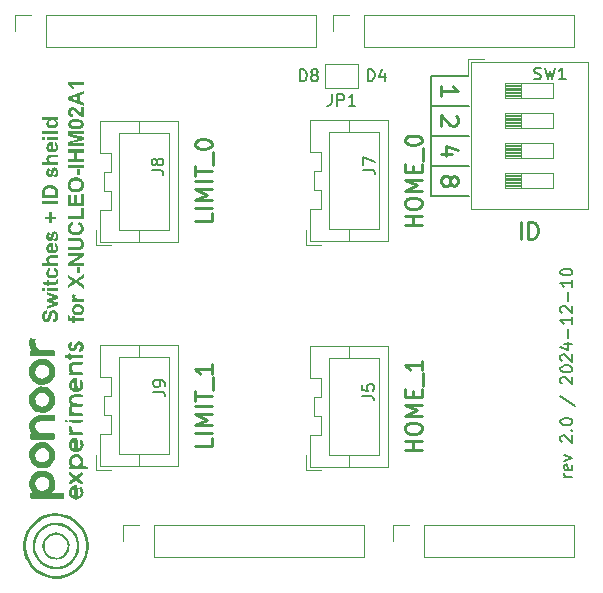
<source format=gbr>
%TF.GenerationSoftware,KiCad,Pcbnew,8.0.7*%
%TF.CreationDate,2024-12-10T11:40:38+09:00*%
%TF.ProjectId,STEP100-200-switch-id-shield,53544550-3130-4302-9d32-30302d737769,rev?*%
%TF.SameCoordinates,Original*%
%TF.FileFunction,Legend,Top*%
%TF.FilePolarity,Positive*%
%FSLAX46Y46*%
G04 Gerber Fmt 4.6, Leading zero omitted, Abs format (unit mm)*
G04 Created by KiCad (PCBNEW 8.0.7) date 2024-12-10 11:40:38*
%MOMM*%
%LPD*%
G01*
G04 APERTURE LIST*
%ADD10C,0.150000*%
%ADD11C,0.280000*%
%ADD12C,0.260000*%
%ADD13C,0.120000*%
%ADD14C,0.000000*%
G04 APERTURE END LIST*
D10*
X167005000Y-100330000D02*
X170180000Y-100330000D01*
X167005000Y-107950000D02*
X170180000Y-107950000D01*
X167005000Y-105410000D02*
X170180000Y-105410000D01*
X167005000Y-97790000D02*
X167005000Y-107950000D01*
X167005000Y-97790000D02*
X170112500Y-97793000D01*
X167005000Y-102870000D02*
X170180000Y-102870000D01*
D11*
X166184106Y-110446666D02*
X164784106Y-110446666D01*
X165450773Y-110446666D02*
X165450773Y-109646666D01*
X166184106Y-109646666D02*
X164784106Y-109646666D01*
X164784106Y-108713333D02*
X164784106Y-108446666D01*
X164784106Y-108446666D02*
X164850773Y-108313333D01*
X164850773Y-108313333D02*
X164984106Y-108179999D01*
X164984106Y-108179999D02*
X165250773Y-108113333D01*
X165250773Y-108113333D02*
X165717440Y-108113333D01*
X165717440Y-108113333D02*
X165984106Y-108179999D01*
X165984106Y-108179999D02*
X166117440Y-108313333D01*
X166117440Y-108313333D02*
X166184106Y-108446666D01*
X166184106Y-108446666D02*
X166184106Y-108713333D01*
X166184106Y-108713333D02*
X166117440Y-108846666D01*
X166117440Y-108846666D02*
X165984106Y-108979999D01*
X165984106Y-108979999D02*
X165717440Y-109046666D01*
X165717440Y-109046666D02*
X165250773Y-109046666D01*
X165250773Y-109046666D02*
X164984106Y-108979999D01*
X164984106Y-108979999D02*
X164850773Y-108846666D01*
X164850773Y-108846666D02*
X164784106Y-108713333D01*
X166184106Y-107513332D02*
X164784106Y-107513332D01*
X164784106Y-107513332D02*
X165784106Y-107046666D01*
X165784106Y-107046666D02*
X164784106Y-106579999D01*
X164784106Y-106579999D02*
X166184106Y-106579999D01*
X165450773Y-105913332D02*
X165450773Y-105446666D01*
X166184106Y-105246666D02*
X166184106Y-105913332D01*
X166184106Y-105913332D02*
X164784106Y-105913332D01*
X164784106Y-105913332D02*
X164784106Y-105246666D01*
X166317440Y-104979999D02*
X166317440Y-103913332D01*
X164784106Y-103313332D02*
X164784106Y-103179998D01*
X164784106Y-103179998D02*
X164850773Y-103046665D01*
X164850773Y-103046665D02*
X164917440Y-102979998D01*
X164917440Y-102979998D02*
X165050773Y-102913332D01*
X165050773Y-102913332D02*
X165317440Y-102846665D01*
X165317440Y-102846665D02*
X165650773Y-102846665D01*
X165650773Y-102846665D02*
X165917440Y-102913332D01*
X165917440Y-102913332D02*
X166050773Y-102979998D01*
X166050773Y-102979998D02*
X166117440Y-103046665D01*
X166117440Y-103046665D02*
X166184106Y-103179998D01*
X166184106Y-103179998D02*
X166184106Y-103313332D01*
X166184106Y-103313332D02*
X166117440Y-103446665D01*
X166117440Y-103446665D02*
X166050773Y-103513332D01*
X166050773Y-103513332D02*
X165917440Y-103579998D01*
X165917440Y-103579998D02*
X165650773Y-103646665D01*
X165650773Y-103646665D02*
X165317440Y-103646665D01*
X165317440Y-103646665D02*
X165050773Y-103579998D01*
X165050773Y-103579998D02*
X164917440Y-103513332D01*
X164917440Y-103513332D02*
X164850773Y-103446665D01*
X164850773Y-103446665D02*
X164784106Y-103313332D01*
X148404106Y-128496667D02*
X148404106Y-129163333D01*
X148404106Y-129163333D02*
X147004106Y-129163333D01*
X148404106Y-128030000D02*
X147004106Y-128030000D01*
X148404106Y-127363333D02*
X147004106Y-127363333D01*
X147004106Y-127363333D02*
X148004106Y-126896667D01*
X148004106Y-126896667D02*
X147004106Y-126430000D01*
X147004106Y-126430000D02*
X148404106Y-126430000D01*
X148404106Y-125763333D02*
X147004106Y-125763333D01*
X147004106Y-125296666D02*
X147004106Y-124496666D01*
X148404106Y-124896666D02*
X147004106Y-124896666D01*
X148537440Y-124363333D02*
X148537440Y-123296666D01*
X148404106Y-122229999D02*
X148404106Y-123029999D01*
X148404106Y-122629999D02*
X147004106Y-122629999D01*
X147004106Y-122629999D02*
X147204106Y-122763332D01*
X147204106Y-122763332D02*
X147337440Y-122896666D01*
X147337440Y-122896666D02*
X147404106Y-123029999D01*
D10*
X178939819Y-131743220D02*
X178273152Y-131743220D01*
X178463628Y-131743220D02*
X178368390Y-131695601D01*
X178368390Y-131695601D02*
X178320771Y-131647982D01*
X178320771Y-131647982D02*
X178273152Y-131552744D01*
X178273152Y-131552744D02*
X178273152Y-131457506D01*
X178892200Y-130743220D02*
X178939819Y-130838458D01*
X178939819Y-130838458D02*
X178939819Y-131028934D01*
X178939819Y-131028934D02*
X178892200Y-131124172D01*
X178892200Y-131124172D02*
X178796961Y-131171791D01*
X178796961Y-131171791D02*
X178416009Y-131171791D01*
X178416009Y-131171791D02*
X178320771Y-131124172D01*
X178320771Y-131124172D02*
X178273152Y-131028934D01*
X178273152Y-131028934D02*
X178273152Y-130838458D01*
X178273152Y-130838458D02*
X178320771Y-130743220D01*
X178320771Y-130743220D02*
X178416009Y-130695601D01*
X178416009Y-130695601D02*
X178511247Y-130695601D01*
X178511247Y-130695601D02*
X178606485Y-131171791D01*
X178273152Y-130362267D02*
X178939819Y-130124172D01*
X178939819Y-130124172D02*
X178273152Y-129886077D01*
X178035057Y-128790838D02*
X177987438Y-128743219D01*
X177987438Y-128743219D02*
X177939819Y-128647981D01*
X177939819Y-128647981D02*
X177939819Y-128409886D01*
X177939819Y-128409886D02*
X177987438Y-128314648D01*
X177987438Y-128314648D02*
X178035057Y-128267029D01*
X178035057Y-128267029D02*
X178130295Y-128219410D01*
X178130295Y-128219410D02*
X178225533Y-128219410D01*
X178225533Y-128219410D02*
X178368390Y-128267029D01*
X178368390Y-128267029D02*
X178939819Y-128838457D01*
X178939819Y-128838457D02*
X178939819Y-128219410D01*
X178844580Y-127790838D02*
X178892200Y-127743219D01*
X178892200Y-127743219D02*
X178939819Y-127790838D01*
X178939819Y-127790838D02*
X178892200Y-127838457D01*
X178892200Y-127838457D02*
X178844580Y-127790838D01*
X178844580Y-127790838D02*
X178939819Y-127790838D01*
X177939819Y-127124172D02*
X177939819Y-127028934D01*
X177939819Y-127028934D02*
X177987438Y-126933696D01*
X177987438Y-126933696D02*
X178035057Y-126886077D01*
X178035057Y-126886077D02*
X178130295Y-126838458D01*
X178130295Y-126838458D02*
X178320771Y-126790839D01*
X178320771Y-126790839D02*
X178558866Y-126790839D01*
X178558866Y-126790839D02*
X178749342Y-126838458D01*
X178749342Y-126838458D02*
X178844580Y-126886077D01*
X178844580Y-126886077D02*
X178892200Y-126933696D01*
X178892200Y-126933696D02*
X178939819Y-127028934D01*
X178939819Y-127028934D02*
X178939819Y-127124172D01*
X178939819Y-127124172D02*
X178892200Y-127219410D01*
X178892200Y-127219410D02*
X178844580Y-127267029D01*
X178844580Y-127267029D02*
X178749342Y-127314648D01*
X178749342Y-127314648D02*
X178558866Y-127362267D01*
X178558866Y-127362267D02*
X178320771Y-127362267D01*
X178320771Y-127362267D02*
X178130295Y-127314648D01*
X178130295Y-127314648D02*
X178035057Y-127267029D01*
X178035057Y-127267029D02*
X177987438Y-127219410D01*
X177987438Y-127219410D02*
X177939819Y-127124172D01*
X177892200Y-124886077D02*
X179177914Y-125743219D01*
X178035057Y-123838457D02*
X177987438Y-123790838D01*
X177987438Y-123790838D02*
X177939819Y-123695600D01*
X177939819Y-123695600D02*
X177939819Y-123457505D01*
X177939819Y-123457505D02*
X177987438Y-123362267D01*
X177987438Y-123362267D02*
X178035057Y-123314648D01*
X178035057Y-123314648D02*
X178130295Y-123267029D01*
X178130295Y-123267029D02*
X178225533Y-123267029D01*
X178225533Y-123267029D02*
X178368390Y-123314648D01*
X178368390Y-123314648D02*
X178939819Y-123886076D01*
X178939819Y-123886076D02*
X178939819Y-123267029D01*
X177939819Y-122647981D02*
X177939819Y-122552743D01*
X177939819Y-122552743D02*
X177987438Y-122457505D01*
X177987438Y-122457505D02*
X178035057Y-122409886D01*
X178035057Y-122409886D02*
X178130295Y-122362267D01*
X178130295Y-122362267D02*
X178320771Y-122314648D01*
X178320771Y-122314648D02*
X178558866Y-122314648D01*
X178558866Y-122314648D02*
X178749342Y-122362267D01*
X178749342Y-122362267D02*
X178844580Y-122409886D01*
X178844580Y-122409886D02*
X178892200Y-122457505D01*
X178892200Y-122457505D02*
X178939819Y-122552743D01*
X178939819Y-122552743D02*
X178939819Y-122647981D01*
X178939819Y-122647981D02*
X178892200Y-122743219D01*
X178892200Y-122743219D02*
X178844580Y-122790838D01*
X178844580Y-122790838D02*
X178749342Y-122838457D01*
X178749342Y-122838457D02*
X178558866Y-122886076D01*
X178558866Y-122886076D02*
X178320771Y-122886076D01*
X178320771Y-122886076D02*
X178130295Y-122838457D01*
X178130295Y-122838457D02*
X178035057Y-122790838D01*
X178035057Y-122790838D02*
X177987438Y-122743219D01*
X177987438Y-122743219D02*
X177939819Y-122647981D01*
X178035057Y-121933695D02*
X177987438Y-121886076D01*
X177987438Y-121886076D02*
X177939819Y-121790838D01*
X177939819Y-121790838D02*
X177939819Y-121552743D01*
X177939819Y-121552743D02*
X177987438Y-121457505D01*
X177987438Y-121457505D02*
X178035057Y-121409886D01*
X178035057Y-121409886D02*
X178130295Y-121362267D01*
X178130295Y-121362267D02*
X178225533Y-121362267D01*
X178225533Y-121362267D02*
X178368390Y-121409886D01*
X178368390Y-121409886D02*
X178939819Y-121981314D01*
X178939819Y-121981314D02*
X178939819Y-121362267D01*
X178273152Y-120505124D02*
X178939819Y-120505124D01*
X177892200Y-120743219D02*
X178606485Y-120981314D01*
X178606485Y-120981314D02*
X178606485Y-120362267D01*
X178558866Y-119981314D02*
X178558866Y-119219410D01*
X178939819Y-118219410D02*
X178939819Y-118790838D01*
X178939819Y-118505124D02*
X177939819Y-118505124D01*
X177939819Y-118505124D02*
X178082676Y-118600362D01*
X178082676Y-118600362D02*
X178177914Y-118695600D01*
X178177914Y-118695600D02*
X178225533Y-118790838D01*
X178035057Y-117838457D02*
X177987438Y-117790838D01*
X177987438Y-117790838D02*
X177939819Y-117695600D01*
X177939819Y-117695600D02*
X177939819Y-117457505D01*
X177939819Y-117457505D02*
X177987438Y-117362267D01*
X177987438Y-117362267D02*
X178035057Y-117314648D01*
X178035057Y-117314648D02*
X178130295Y-117267029D01*
X178130295Y-117267029D02*
X178225533Y-117267029D01*
X178225533Y-117267029D02*
X178368390Y-117314648D01*
X178368390Y-117314648D02*
X178939819Y-117886076D01*
X178939819Y-117886076D02*
X178939819Y-117267029D01*
X178558866Y-116838457D02*
X178558866Y-116076553D01*
X178939819Y-115076553D02*
X178939819Y-115647981D01*
X178939819Y-115362267D02*
X177939819Y-115362267D01*
X177939819Y-115362267D02*
X178082676Y-115457505D01*
X178082676Y-115457505D02*
X178177914Y-115552743D01*
X178177914Y-115552743D02*
X178225533Y-115647981D01*
X177939819Y-114457505D02*
X177939819Y-114362267D01*
X177939819Y-114362267D02*
X177987438Y-114267029D01*
X177987438Y-114267029D02*
X178035057Y-114219410D01*
X178035057Y-114219410D02*
X178130295Y-114171791D01*
X178130295Y-114171791D02*
X178320771Y-114124172D01*
X178320771Y-114124172D02*
X178558866Y-114124172D01*
X178558866Y-114124172D02*
X178749342Y-114171791D01*
X178749342Y-114171791D02*
X178844580Y-114219410D01*
X178844580Y-114219410D02*
X178892200Y-114267029D01*
X178892200Y-114267029D02*
X178939819Y-114362267D01*
X178939819Y-114362267D02*
X178939819Y-114457505D01*
X178939819Y-114457505D02*
X178892200Y-114552743D01*
X178892200Y-114552743D02*
X178844580Y-114600362D01*
X178844580Y-114600362D02*
X178749342Y-114647981D01*
X178749342Y-114647981D02*
X178558866Y-114695600D01*
X178558866Y-114695600D02*
X178320771Y-114695600D01*
X178320771Y-114695600D02*
X178130295Y-114647981D01*
X178130295Y-114647981D02*
X178035057Y-114600362D01*
X178035057Y-114600362D02*
X177987438Y-114552743D01*
X177987438Y-114552743D02*
X177939819Y-114457505D01*
D11*
X168759226Y-104406667D02*
X167825893Y-104406667D01*
X169292560Y-104073334D02*
X168292560Y-103740000D01*
X168292560Y-103740000D02*
X168292560Y-104606667D01*
X169092560Y-101200000D02*
X169159226Y-101266667D01*
X169159226Y-101266667D02*
X169225893Y-101400000D01*
X169225893Y-101400000D02*
X169225893Y-101733334D01*
X169225893Y-101733334D02*
X169159226Y-101866667D01*
X169159226Y-101866667D02*
X169092560Y-101933334D01*
X169092560Y-101933334D02*
X168959226Y-102000000D01*
X168959226Y-102000000D02*
X168825893Y-102000000D01*
X168825893Y-102000000D02*
X168625893Y-101933334D01*
X168625893Y-101933334D02*
X167825893Y-101133334D01*
X167825893Y-101133334D02*
X167825893Y-102000000D01*
D10*
X155887808Y-98255253D02*
X155887808Y-97255253D01*
X155887808Y-97255253D02*
X156125903Y-97255253D01*
X156125903Y-97255253D02*
X156268760Y-97302872D01*
X156268760Y-97302872D02*
X156363998Y-97398110D01*
X156363998Y-97398110D02*
X156411617Y-97493348D01*
X156411617Y-97493348D02*
X156459236Y-97683824D01*
X156459236Y-97683824D02*
X156459236Y-97826681D01*
X156459236Y-97826681D02*
X156411617Y-98017157D01*
X156411617Y-98017157D02*
X156363998Y-98112395D01*
X156363998Y-98112395D02*
X156268760Y-98207634D01*
X156268760Y-98207634D02*
X156125903Y-98255253D01*
X156125903Y-98255253D02*
X155887808Y-98255253D01*
X157030665Y-97683824D02*
X156935427Y-97636205D01*
X156935427Y-97636205D02*
X156887808Y-97588586D01*
X156887808Y-97588586D02*
X156840189Y-97493348D01*
X156840189Y-97493348D02*
X156840189Y-97445729D01*
X156840189Y-97445729D02*
X156887808Y-97350491D01*
X156887808Y-97350491D02*
X156935427Y-97302872D01*
X156935427Y-97302872D02*
X157030665Y-97255253D01*
X157030665Y-97255253D02*
X157221141Y-97255253D01*
X157221141Y-97255253D02*
X157316379Y-97302872D01*
X157316379Y-97302872D02*
X157363998Y-97350491D01*
X157363998Y-97350491D02*
X157411617Y-97445729D01*
X157411617Y-97445729D02*
X157411617Y-97493348D01*
X157411617Y-97493348D02*
X157363998Y-97588586D01*
X157363998Y-97588586D02*
X157316379Y-97636205D01*
X157316379Y-97636205D02*
X157221141Y-97683824D01*
X157221141Y-97683824D02*
X157030665Y-97683824D01*
X157030665Y-97683824D02*
X156935427Y-97731443D01*
X156935427Y-97731443D02*
X156887808Y-97779062D01*
X156887808Y-97779062D02*
X156840189Y-97874300D01*
X156840189Y-97874300D02*
X156840189Y-98064776D01*
X156840189Y-98064776D02*
X156887808Y-98160014D01*
X156887808Y-98160014D02*
X156935427Y-98207634D01*
X156935427Y-98207634D02*
X157030665Y-98255253D01*
X157030665Y-98255253D02*
X157221141Y-98255253D01*
X157221141Y-98255253D02*
X157316379Y-98207634D01*
X157316379Y-98207634D02*
X157363998Y-98160014D01*
X157363998Y-98160014D02*
X157411617Y-98064776D01*
X157411617Y-98064776D02*
X157411617Y-97874300D01*
X157411617Y-97874300D02*
X157363998Y-97779062D01*
X157363998Y-97779062D02*
X157316379Y-97731443D01*
X157316379Y-97731443D02*
X157221141Y-97683824D01*
D12*
G36*
X134963258Y-118678956D02*
G01*
X134942937Y-118421769D01*
X135008390Y-118404963D01*
X135068742Y-118377453D01*
X135120089Y-118336449D01*
X135127732Y-118327784D01*
X135161355Y-118273033D01*
X135181022Y-118206577D01*
X135186789Y-118136004D01*
X135182595Y-118069179D01*
X135168096Y-118006594D01*
X135137027Y-117947700D01*
X135133764Y-117943590D01*
X135083686Y-117899311D01*
X135022478Y-117879386D01*
X135009298Y-117878817D01*
X134946190Y-117895483D01*
X134931507Y-117906123D01*
X134892971Y-117959329D01*
X134875624Y-118001060D01*
X134856194Y-118064570D01*
X134838439Y-118129338D01*
X134821783Y-118192667D01*
X134816566Y-118212843D01*
X134799025Y-118276131D01*
X134776462Y-118343911D01*
X134752246Y-118402782D01*
X134721907Y-118460208D01*
X134684480Y-118510990D01*
X134634399Y-118558004D01*
X134579730Y-118593470D01*
X134520473Y-118617389D01*
X134456627Y-118629761D01*
X134418084Y-118631646D01*
X134350205Y-118624968D01*
X134285403Y-118604933D01*
X134229162Y-118575129D01*
X134178118Y-118534738D01*
X134135321Y-118484612D01*
X134100773Y-118424749D01*
X134094853Y-118411608D01*
X134072597Y-118347953D01*
X134058929Y-118285551D01*
X134051016Y-118217672D01*
X134048813Y-118153785D01*
X134051519Y-118079764D01*
X134059635Y-118011697D01*
X134073162Y-117949583D01*
X134096536Y-117882905D01*
X134127702Y-117824799D01*
X134159626Y-117782927D01*
X134211647Y-117734001D01*
X134270748Y-117696410D01*
X134336929Y-117670153D01*
X134399291Y-117656669D01*
X134455233Y-117651793D01*
X134455233Y-117916284D01*
X134389850Y-117934397D01*
X134333095Y-117969412D01*
X134315209Y-117988995D01*
X134285907Y-118048588D01*
X134273851Y-118116695D01*
X134272344Y-118156643D01*
X134276871Y-118223644D01*
X134292309Y-118286171D01*
X134318702Y-118336992D01*
X134372104Y-118375589D01*
X134398715Y-118378904D01*
X134459500Y-118356757D01*
X134476507Y-118339532D01*
X134508313Y-118282007D01*
X134530460Y-118221282D01*
X134550457Y-118153464D01*
X134565094Y-118096632D01*
X134582783Y-118027777D01*
X134600606Y-117966000D01*
X134621569Y-117902870D01*
X134645750Y-117842517D01*
X134660983Y-117811186D01*
X134695048Y-117757376D01*
X134740613Y-117707281D01*
X134794658Y-117666716D01*
X134857631Y-117636889D01*
X134923020Y-117620517D01*
X134988497Y-117614531D01*
X135003900Y-117614326D01*
X135073152Y-117620435D01*
X135139614Y-117638760D01*
X135203284Y-117669302D01*
X135215683Y-117676877D01*
X135267210Y-117716155D01*
X135310700Y-117763622D01*
X135346153Y-117819276D01*
X135362376Y-117853733D01*
X135383352Y-117914398D01*
X135398334Y-117982089D01*
X135406528Y-118047080D01*
X135410133Y-118117451D01*
X135410321Y-118138545D01*
X135407538Y-118213323D01*
X135399189Y-118282475D01*
X135385274Y-118345998D01*
X135361230Y-118414797D01*
X135329171Y-118475492D01*
X135296332Y-118519881D01*
X135249795Y-118566009D01*
X135195913Y-118604613D01*
X135134686Y-118635693D01*
X135066114Y-118659250D01*
X135003359Y-118673134D01*
X134963258Y-118678956D01*
G37*
G36*
X135390000Y-117224099D02*
G01*
X134434912Y-117524152D01*
X134434912Y-117280300D01*
X135060736Y-117102491D01*
X134434912Y-116938970D01*
X134434912Y-116697023D01*
X135060736Y-116538900D01*
X134434912Y-116357916D01*
X134434912Y-116110254D01*
X135390000Y-116415069D01*
X135390000Y-116656064D01*
X134775607Y-116819584D01*
X135390000Y-116980247D01*
X135390000Y-117224099D01*
G37*
G36*
X134292665Y-115986106D02*
G01*
X134069134Y-115986106D01*
X134069134Y-115734951D01*
X134292665Y-115734951D01*
X134292665Y-115986106D01*
G37*
G36*
X135390000Y-115986106D02*
G01*
X134434912Y-115986106D01*
X134434912Y-115734951D01*
X135390000Y-115734951D01*
X135390000Y-115986106D01*
G37*
G36*
X134434912Y-115045624D02*
G01*
X134617801Y-115045624D01*
X134617801Y-115217083D01*
X135032477Y-115217083D01*
X135100997Y-115216617D01*
X135165289Y-115214176D01*
X135179487Y-115212320D01*
X135214096Y-115189776D01*
X135227431Y-115147547D01*
X135216026Y-115084815D01*
X135203300Y-115046577D01*
X135377299Y-115024986D01*
X135396099Y-115087936D01*
X135407096Y-115156288D01*
X135410321Y-115223115D01*
X135404446Y-115287730D01*
X135386824Y-115345676D01*
X135352121Y-115402383D01*
X135326179Y-115425690D01*
X135266071Y-115452329D01*
X135225526Y-115460935D01*
X135157499Y-115466888D01*
X135091682Y-115468593D01*
X135043590Y-115468872D01*
X134617801Y-115468872D01*
X134617801Y-115584131D01*
X134434912Y-115584131D01*
X134434912Y-115468872D01*
X134252023Y-115468872D01*
X134109776Y-115217083D01*
X134434912Y-115217083D01*
X134434912Y-115045624D01*
G37*
G36*
X134699085Y-114047672D02*
G01*
X134739727Y-114295017D01*
X134677732Y-114315417D01*
X134633360Y-114351852D01*
X134604348Y-114409842D01*
X134597480Y-114466475D01*
X134607214Y-114531412D01*
X134639728Y-114589769D01*
X134666699Y-114616025D01*
X134725279Y-114647841D01*
X134789562Y-114664050D01*
X134859059Y-114671035D01*
X134898168Y-114671908D01*
X134962081Y-114669921D01*
X135027251Y-114662580D01*
X135089340Y-114647568D01*
X135148366Y-114618867D01*
X135153133Y-114615390D01*
X135198409Y-114567316D01*
X135222788Y-114508348D01*
X135227431Y-114462983D01*
X135217192Y-114398051D01*
X135186472Y-114346137D01*
X135134728Y-114309203D01*
X135074547Y-114288194D01*
X135044542Y-114281681D01*
X135085184Y-114035289D01*
X135151845Y-114055471D01*
X135210970Y-114082398D01*
X135269314Y-114121433D01*
X135317814Y-114169278D01*
X135328401Y-114182616D01*
X135364241Y-114241714D01*
X135387201Y-114301043D01*
X135402321Y-114367482D01*
X135409601Y-114441033D01*
X135410321Y-114474731D01*
X135405688Y-114549763D01*
X135391790Y-114618878D01*
X135368628Y-114682077D01*
X135336200Y-114739360D01*
X135294508Y-114790727D01*
X135278551Y-114806535D01*
X135225469Y-114848510D01*
X135165288Y-114881801D01*
X135098007Y-114906407D01*
X135023626Y-114922329D01*
X134956219Y-114928963D01*
X134913408Y-114930048D01*
X134842236Y-114927017D01*
X134776164Y-114917924D01*
X134703610Y-114899011D01*
X134638401Y-114871369D01*
X134580538Y-114834997D01*
X134546043Y-114805900D01*
X134501370Y-114756263D01*
X134465940Y-114700465D01*
X134439752Y-114638504D01*
X134422807Y-114570382D01*
X134415105Y-114496099D01*
X134414591Y-114469968D01*
X134417964Y-114397649D01*
X134428083Y-114332106D01*
X134447908Y-114265497D01*
X134476544Y-114207739D01*
X134485080Y-114194682D01*
X134530378Y-114141718D01*
X134580426Y-114102272D01*
X134639683Y-114070009D01*
X134699085Y-114047672D01*
G37*
G36*
X134069134Y-113612358D02*
G01*
X134549853Y-113612358D01*
X134503885Y-113565200D01*
X134462276Y-113505949D01*
X134433612Y-113442140D01*
X134417894Y-113373773D01*
X134414591Y-113322149D01*
X134419936Y-113254550D01*
X134435971Y-113192610D01*
X134446978Y-113165931D01*
X134481247Y-113108276D01*
X134526414Y-113063387D01*
X134529532Y-113061151D01*
X134585971Y-113029977D01*
X134640980Y-113012889D01*
X134707268Y-113003989D01*
X134777513Y-113000493D01*
X134830537Y-112999870D01*
X135390000Y-112999870D01*
X135390000Y-113250708D01*
X134879434Y-113250708D01*
X134810474Y-113251601D01*
X134743752Y-113255229D01*
X134686702Y-113264996D01*
X134632974Y-113300693D01*
X134621612Y-113315481D01*
X134599389Y-113376864D01*
X134597480Y-113405973D01*
X134607326Y-113472123D01*
X134628597Y-113517739D01*
X134673192Y-113564767D01*
X134721629Y-113589815D01*
X134787508Y-113605225D01*
X134855302Y-113611279D01*
X134905788Y-113612358D01*
X135390000Y-113612358D01*
X135390000Y-113863196D01*
X134069134Y-113863196D01*
X134069134Y-113612358D01*
G37*
G36*
X134983579Y-111938415D02*
G01*
X134983579Y-112567096D01*
X135050791Y-112560083D01*
X135113120Y-112539833D01*
X135163293Y-112506451D01*
X135204820Y-112454524D01*
X135225177Y-112393165D01*
X135227431Y-112361664D01*
X135217245Y-112298514D01*
X135198538Y-112262916D01*
X135148653Y-112220201D01*
X135105505Y-112201953D01*
X135146147Y-111951751D01*
X135206912Y-111979375D01*
X135266069Y-112018801D01*
X135315480Y-112067069D01*
X135343007Y-112104159D01*
X135375546Y-112166706D01*
X135395530Y-112229261D01*
X135407099Y-112298366D01*
X135410321Y-112364204D01*
X135406359Y-112438451D01*
X135394476Y-112506404D01*
X135374670Y-112568062D01*
X135340445Y-112633743D01*
X135294812Y-112690360D01*
X135248070Y-112730617D01*
X135187864Y-112767114D01*
X135121155Y-112794647D01*
X135058801Y-112811112D01*
X134991669Y-112820991D01*
X134919759Y-112824284D01*
X134848249Y-112821277D01*
X134781763Y-112812253D01*
X134708611Y-112793485D01*
X134642692Y-112766055D01*
X134584006Y-112729962D01*
X134548900Y-112701088D01*
X134503256Y-112652590D01*
X134467056Y-112599493D01*
X134440299Y-112541797D01*
X134422986Y-112479502D01*
X134415116Y-112412608D01*
X134414591Y-112389288D01*
X134415389Y-112374364D01*
X134597480Y-112374364D01*
X134608967Y-112440635D01*
X134643426Y-112496087D01*
X134657491Y-112509944D01*
X134713582Y-112544529D01*
X134777916Y-112560455D01*
X134821011Y-112562651D01*
X134821011Y-112187665D01*
X134757694Y-112194245D01*
X134695302Y-112215320D01*
X134654633Y-112243866D01*
X134615564Y-112295255D01*
X134597983Y-112360161D01*
X134597480Y-112374364D01*
X134415389Y-112374364D01*
X134418010Y-112325383D01*
X134431137Y-112254448D01*
X134454110Y-112189786D01*
X134486928Y-112131398D01*
X134529592Y-112079284D01*
X134554616Y-112055579D01*
X134612360Y-112014117D01*
X134680575Y-111981652D01*
X134745419Y-111961471D01*
X134817535Y-111947538D01*
X134896921Y-111939853D01*
X134965666Y-111938203D01*
X134983579Y-111938415D01*
G37*
G36*
X135125826Y-111827285D02*
G01*
X135085184Y-111575495D01*
X135146624Y-111551126D01*
X135191235Y-111510404D01*
X135218382Y-111451346D01*
X135227290Y-111383522D01*
X135227431Y-111372602D01*
X135222386Y-111306475D01*
X135201889Y-111242778D01*
X135191552Y-111226228D01*
X135134841Y-111193722D01*
X135124556Y-111193206D01*
X135077247Y-111210987D01*
X135050029Y-111272241D01*
X135044225Y-111295129D01*
X135027655Y-111367542D01*
X135011441Y-111433010D01*
X134991677Y-111505077D01*
X134972471Y-111566292D01*
X134946521Y-111633760D01*
X134921664Y-111679958D01*
X134879315Y-111729133D01*
X134822659Y-111767661D01*
X134756459Y-111788407D01*
X134707023Y-111792358D01*
X134640508Y-111784673D01*
X134580271Y-111761616D01*
X134526314Y-111723189D01*
X134499050Y-111695198D01*
X134462100Y-111639772D01*
X134438428Y-111580302D01*
X134422839Y-111510592D01*
X134415911Y-111442689D01*
X134414591Y-111393241D01*
X134416935Y-111323768D01*
X134425596Y-111251605D01*
X134440637Y-111189014D01*
X134465642Y-111129202D01*
X134481270Y-111103984D01*
X134523850Y-111055279D01*
X134576576Y-111015967D01*
X134639450Y-110986048D01*
X134678764Y-110973485D01*
X134719406Y-111210352D01*
X134659014Y-111238077D01*
X134628914Y-111268140D01*
X134603497Y-111327101D01*
X134597480Y-111388796D01*
X134601365Y-111455191D01*
X134618630Y-111519131D01*
X134625104Y-111530725D01*
X134676224Y-111559302D01*
X134721629Y-111534218D01*
X134747528Y-111472645D01*
X134765874Y-111408864D01*
X134784043Y-111335995D01*
X134792435Y-111299891D01*
X134810198Y-111229001D01*
X134829435Y-111166594D01*
X134853741Y-111104509D01*
X134883974Y-111047693D01*
X134904200Y-111019842D01*
X134956563Y-110975192D01*
X135021532Y-110949075D01*
X135091535Y-110941416D01*
X135162077Y-110950031D01*
X135226893Y-110975875D01*
X135279700Y-111013312D01*
X135316336Y-111050324D01*
X135352957Y-111102970D01*
X135380583Y-111165613D01*
X135397104Y-111227265D01*
X135407016Y-111296261D01*
X135410321Y-111372602D01*
X135407630Y-111442507D01*
X135399560Y-111506718D01*
X135383344Y-111574436D01*
X135359805Y-111634405D01*
X135333799Y-111679640D01*
X135292105Y-111731137D01*
X135243545Y-111772910D01*
X135188119Y-111804960D01*
X135125826Y-111827285D01*
G37*
G36*
X135207110Y-109933621D02*
G01*
X134861653Y-109933621D01*
X134861653Y-110276538D01*
X134638122Y-110276538D01*
X134638122Y-109933621D01*
X134292665Y-109933621D01*
X134292665Y-109705010D01*
X134638122Y-109705010D01*
X134638122Y-109361140D01*
X134861653Y-109361140D01*
X134861653Y-109705010D01*
X135207110Y-109705010D01*
X135207110Y-109933621D01*
G37*
G36*
X135390000Y-108660066D02*
G01*
X134069134Y-108660066D01*
X134069134Y-108395893D01*
X135390000Y-108395893D01*
X135390000Y-108660066D01*
G37*
G36*
X134811388Y-107051873D02*
G01*
X134876223Y-107057662D01*
X134945074Y-107069003D01*
X135008330Y-107085385D01*
X135023269Y-107090268D01*
X135083707Y-107113682D01*
X135146342Y-107145388D01*
X135202111Y-107182374D01*
X135251013Y-107224638D01*
X135256643Y-107230293D01*
X135299612Y-107283327D01*
X135332555Y-107341373D01*
X135357218Y-107401621D01*
X135362058Y-107416039D01*
X135377966Y-107483229D01*
X135386070Y-107548528D01*
X135389563Y-107614372D01*
X135390000Y-107650048D01*
X135390000Y-108147595D01*
X134069134Y-108147595D01*
X134069134Y-107764354D01*
X134292665Y-107764354D01*
X134292665Y-107883105D01*
X135166468Y-107883105D01*
X135166468Y-107685928D01*
X135164968Y-107617022D01*
X135158717Y-107550379D01*
X135153768Y-107525900D01*
X135130290Y-107463936D01*
X135099155Y-107419532D01*
X135047956Y-107380954D01*
X134988003Y-107355454D01*
X134971831Y-107350314D01*
X134903131Y-107334948D01*
X134835647Y-107327120D01*
X134767143Y-107323746D01*
X134729884Y-107323325D01*
X134657947Y-107325011D01*
X134587597Y-107330942D01*
X134522569Y-107342538D01*
X134495240Y-107350314D01*
X134434655Y-107375547D01*
X134379595Y-107413519D01*
X134367599Y-107425247D01*
X134329021Y-107479781D01*
X134306407Y-107542873D01*
X134305366Y-107547491D01*
X134296684Y-107616192D01*
X134293670Y-107681859D01*
X134292678Y-107754357D01*
X134292665Y-107764354D01*
X134069134Y-107764354D01*
X134069134Y-107664337D01*
X134070334Y-107596519D01*
X134074646Y-107528129D01*
X134083244Y-107462813D01*
X134094218Y-107415087D01*
X134117726Y-107353020D01*
X134149674Y-107296126D01*
X134190061Y-107244407D01*
X134216144Y-107217909D01*
X134268374Y-107174766D01*
X134326833Y-107137851D01*
X134391521Y-107107165D01*
X134430150Y-107092808D01*
X134497046Y-107074055D01*
X134561669Y-107062041D01*
X134631974Y-107054130D01*
X134696759Y-107050613D01*
X134742267Y-107049944D01*
X134811388Y-107051873D01*
G37*
G36*
X135125826Y-106418087D02*
G01*
X135085184Y-106166297D01*
X135146624Y-106141928D01*
X135191235Y-106101207D01*
X135218382Y-106042149D01*
X135227290Y-105974325D01*
X135227431Y-105963405D01*
X135222386Y-105897277D01*
X135201889Y-105833580D01*
X135191552Y-105817030D01*
X135134841Y-105784525D01*
X135124556Y-105784009D01*
X135077247Y-105801789D01*
X135050029Y-105863044D01*
X135044225Y-105885931D01*
X135027655Y-105958345D01*
X135011441Y-106023812D01*
X134991677Y-106095880D01*
X134972471Y-106157094D01*
X134946521Y-106224563D01*
X134921664Y-106270760D01*
X134879315Y-106319935D01*
X134822659Y-106358463D01*
X134756459Y-106379209D01*
X134707023Y-106383161D01*
X134640508Y-106375475D01*
X134580271Y-106352419D01*
X134526314Y-106313991D01*
X134499050Y-106286001D01*
X134462100Y-106230575D01*
X134438428Y-106171105D01*
X134422839Y-106101394D01*
X134415911Y-106033492D01*
X134414591Y-105984043D01*
X134416935Y-105914571D01*
X134425596Y-105842408D01*
X134440637Y-105779816D01*
X134465642Y-105720004D01*
X134481270Y-105694787D01*
X134523850Y-105646081D01*
X134576576Y-105606769D01*
X134639450Y-105576850D01*
X134678764Y-105564288D01*
X134719406Y-105801154D01*
X134659014Y-105828879D01*
X134628914Y-105858942D01*
X134603497Y-105917903D01*
X134597480Y-105979598D01*
X134601365Y-106045994D01*
X134618630Y-106109933D01*
X134625104Y-106121528D01*
X134676224Y-106150104D01*
X134721629Y-106125020D01*
X134747528Y-106063447D01*
X134765874Y-105999666D01*
X134784043Y-105926798D01*
X134792435Y-105890694D01*
X134810198Y-105819804D01*
X134829435Y-105757397D01*
X134853741Y-105695311D01*
X134883974Y-105638496D01*
X134904200Y-105610645D01*
X134956563Y-105565994D01*
X135021532Y-105539877D01*
X135091535Y-105532219D01*
X135162077Y-105540833D01*
X135226893Y-105566678D01*
X135279700Y-105604115D01*
X135316336Y-105641127D01*
X135352957Y-105693772D01*
X135380583Y-105756416D01*
X135397104Y-105818067D01*
X135407016Y-105887064D01*
X135410321Y-105963405D01*
X135407630Y-106033309D01*
X135399560Y-106097521D01*
X135383344Y-106165239D01*
X135359805Y-106225208D01*
X135333799Y-106270443D01*
X135292105Y-106321940D01*
X135243545Y-106363713D01*
X135188119Y-106395762D01*
X135125826Y-106418087D01*
G37*
G36*
X134069134Y-105067376D02*
G01*
X134549853Y-105067376D01*
X134503885Y-105020217D01*
X134462276Y-104960966D01*
X134433612Y-104897157D01*
X134417894Y-104828790D01*
X134414591Y-104777166D01*
X134419936Y-104709567D01*
X134435971Y-104647627D01*
X134446978Y-104620949D01*
X134481247Y-104563293D01*
X134526414Y-104518405D01*
X134529532Y-104516168D01*
X134585971Y-104484994D01*
X134640980Y-104467906D01*
X134707268Y-104459007D01*
X134777513Y-104455511D01*
X134830537Y-104454888D01*
X135390000Y-104454888D01*
X135390000Y-104705725D01*
X134879434Y-104705725D01*
X134810474Y-104706618D01*
X134743752Y-104710246D01*
X134686702Y-104720013D01*
X134632974Y-104755711D01*
X134621612Y-104770498D01*
X134599389Y-104831881D01*
X134597480Y-104860990D01*
X134607326Y-104927140D01*
X134628597Y-104972756D01*
X134673192Y-105019784D01*
X134721629Y-105044832D01*
X134787508Y-105060243D01*
X134855302Y-105066297D01*
X134905788Y-105067376D01*
X135390000Y-105067376D01*
X135390000Y-105318213D01*
X134069134Y-105318213D01*
X134069134Y-105067376D01*
G37*
G36*
X134983579Y-103393433D02*
G01*
X134983579Y-104022114D01*
X135050791Y-104015100D01*
X135113120Y-103994850D01*
X135163293Y-103961468D01*
X135204820Y-103909542D01*
X135225177Y-103848182D01*
X135227431Y-103816681D01*
X135217245Y-103753531D01*
X135198538Y-103717934D01*
X135148653Y-103675218D01*
X135105505Y-103656971D01*
X135146147Y-103406769D01*
X135206912Y-103434392D01*
X135266069Y-103473819D01*
X135315480Y-103522086D01*
X135343007Y-103559176D01*
X135375546Y-103621723D01*
X135395530Y-103684279D01*
X135407099Y-103753383D01*
X135410321Y-103819221D01*
X135406359Y-103893469D01*
X135394476Y-103961421D01*
X135374670Y-104023080D01*
X135340445Y-104088761D01*
X135294812Y-104145378D01*
X135248070Y-104185635D01*
X135187864Y-104222132D01*
X135121155Y-104249665D01*
X135058801Y-104266130D01*
X134991669Y-104276009D01*
X134919759Y-104279302D01*
X134848249Y-104276294D01*
X134781763Y-104267271D01*
X134708611Y-104248503D01*
X134642692Y-104221072D01*
X134584006Y-104184980D01*
X134548900Y-104156106D01*
X134503256Y-104107608D01*
X134467056Y-104054510D01*
X134440299Y-103996814D01*
X134422986Y-103934519D01*
X134415116Y-103867625D01*
X134414591Y-103844305D01*
X134415389Y-103829382D01*
X134597480Y-103829382D01*
X134608967Y-103895652D01*
X134643426Y-103951105D01*
X134657491Y-103964961D01*
X134713582Y-103999547D01*
X134777916Y-104015472D01*
X134821011Y-104017669D01*
X134821011Y-103642683D01*
X134757694Y-103649262D01*
X134695302Y-103670338D01*
X134654633Y-103698883D01*
X134615564Y-103750272D01*
X134597983Y-103815178D01*
X134597480Y-103829382D01*
X134415389Y-103829382D01*
X134418010Y-103780400D01*
X134431137Y-103709465D01*
X134454110Y-103644804D01*
X134486928Y-103586416D01*
X134529592Y-103534301D01*
X134554616Y-103510596D01*
X134612360Y-103469134D01*
X134680575Y-103436670D01*
X134745419Y-103416488D01*
X134817535Y-103402555D01*
X134896921Y-103394870D01*
X134965666Y-103393220D01*
X134983579Y-103393433D01*
G37*
G36*
X134292665Y-103194033D02*
G01*
X134069134Y-103194033D01*
X134069134Y-102942878D01*
X134292665Y-102942878D01*
X134292665Y-103194033D01*
G37*
G36*
X135390000Y-103194033D02*
G01*
X134434912Y-103194033D01*
X134434912Y-102942878D01*
X135390000Y-102942878D01*
X135390000Y-103194033D01*
G37*
G36*
X135390000Y-102688548D02*
G01*
X134069134Y-102688548D01*
X134069134Y-102437393D01*
X135390000Y-102437393D01*
X135390000Y-102688548D01*
G37*
G36*
X135390000Y-101546127D02*
G01*
X135250610Y-101546127D01*
X135301540Y-101588550D01*
X135345804Y-101640479D01*
X135371266Y-101683293D01*
X135395065Y-101742768D01*
X135408452Y-101807602D01*
X135410321Y-101842686D01*
X135404000Y-101911978D01*
X135385038Y-101976772D01*
X135353436Y-102037069D01*
X135309192Y-102092869D01*
X135278234Y-102122735D01*
X135224910Y-102162336D01*
X135164241Y-102193744D01*
X135096227Y-102216959D01*
X135033938Y-102230046D01*
X134966548Y-102237443D01*
X134908963Y-102239263D01*
X134836093Y-102236496D01*
X134768897Y-102228194D01*
X134695751Y-102210925D01*
X134630777Y-102185686D01*
X134573974Y-102152477D01*
X134540645Y-102125910D01*
X134491528Y-102073338D01*
X134454475Y-102015084D01*
X134429486Y-101951147D01*
X134416561Y-101881527D01*
X134414591Y-101839193D01*
X134420772Y-101773150D01*
X134597480Y-101773150D01*
X134607973Y-101836003D01*
X134643022Y-101894924D01*
X134672096Y-101922700D01*
X134731881Y-101957047D01*
X134793745Y-101974544D01*
X134858518Y-101982085D01*
X134894357Y-101983028D01*
X134959744Y-101981023D01*
X135024165Y-101973819D01*
X135089231Y-101957447D01*
X135124556Y-101941116D01*
X135178807Y-101898468D01*
X135215275Y-101840597D01*
X135227331Y-101778024D01*
X135227431Y-101771245D01*
X135214698Y-101705319D01*
X135176496Y-101647882D01*
X135150275Y-101624235D01*
X135094580Y-101592087D01*
X135031675Y-101573334D01*
X134965597Y-101564761D01*
X134919441Y-101563272D01*
X134849156Y-101566098D01*
X134780066Y-101576249D01*
X134716668Y-101596492D01*
X134673049Y-101622330D01*
X134626999Y-101671074D01*
X134601096Y-101734461D01*
X134597480Y-101773150D01*
X134420772Y-101773150D01*
X134420912Y-101771649D01*
X134439873Y-101708207D01*
X134471476Y-101648867D01*
X134515720Y-101593630D01*
X134546678Y-101563907D01*
X134069134Y-101563907D01*
X134069134Y-101313070D01*
X135390000Y-101313070D01*
X135390000Y-101546127D01*
G37*
G36*
X136618912Y-118723408D02*
G01*
X136618912Y-118584337D01*
X136546836Y-118584337D01*
X136477411Y-118581856D01*
X136409899Y-118572330D01*
X136366805Y-118558935D01*
X136312986Y-118522818D01*
X136272624Y-118469493D01*
X136270280Y-118465268D01*
X136246022Y-118403623D01*
X136234606Y-118336208D01*
X136232813Y-118292222D01*
X136235790Y-118225748D01*
X136244720Y-118160081D01*
X136259604Y-118095220D01*
X136263295Y-118082344D01*
X136429990Y-118116318D01*
X136418437Y-118182167D01*
X136415702Y-118231577D01*
X136429809Y-118293879D01*
X136443009Y-118309685D01*
X136503980Y-118330887D01*
X136547471Y-118333182D01*
X136618912Y-118333182D01*
X136618912Y-118145847D01*
X136801801Y-118145847D01*
X136801801Y-118333182D01*
X137574000Y-118333182D01*
X137574000Y-118584337D01*
X136801801Y-118584337D01*
X136801801Y-118723408D01*
X136618912Y-118723408D01*
G37*
G36*
X137159589Y-117090645D02*
G01*
X137233650Y-117103683D01*
X137302531Y-117126500D01*
X137366233Y-117159095D01*
X137424755Y-117201468D01*
X137452073Y-117226322D01*
X137500415Y-117280878D01*
X137538755Y-117340479D01*
X137567094Y-117405125D01*
X137585430Y-117474818D01*
X137593765Y-117549555D01*
X137594321Y-117575589D01*
X137590629Y-117640085D01*
X137579556Y-117703072D01*
X137561100Y-117764551D01*
X137535263Y-117824521D01*
X137502142Y-117880047D01*
X137456673Y-117934069D01*
X137402515Y-117979149D01*
X137361581Y-118004235D01*
X137301313Y-118031185D01*
X137234813Y-118050434D01*
X137171515Y-118060961D01*
X137103445Y-118065593D01*
X137083120Y-118065833D01*
X137013047Y-118060961D01*
X136944279Y-118046343D01*
X136884249Y-118025169D01*
X136839903Y-118004235D01*
X136784636Y-117970221D01*
X136730762Y-117924270D01*
X136685679Y-117870182D01*
X136660507Y-117829602D01*
X136633419Y-117771457D01*
X136614070Y-117710057D01*
X136602461Y-117645403D01*
X136598591Y-117577494D01*
X136598641Y-117576542D01*
X136781480Y-117576542D01*
X136791085Y-117640317D01*
X136823472Y-117701503D01*
X136862764Y-117741650D01*
X136920376Y-117776980D01*
X136984210Y-117797589D01*
X137050481Y-117807010D01*
X137096456Y-117808646D01*
X137168353Y-117804458D01*
X137231321Y-117791897D01*
X137291485Y-117767755D01*
X137330465Y-117741650D01*
X137376562Y-117691913D01*
X137405027Y-117629269D01*
X137411431Y-117576542D01*
X137401864Y-117512841D01*
X137369604Y-117451908D01*
X137330465Y-117412069D01*
X137272500Y-117376906D01*
X137208083Y-117356395D01*
X137141082Y-117347018D01*
X137094551Y-117345390D01*
X137023507Y-117349558D01*
X136961194Y-117362060D01*
X136901530Y-117386087D01*
X136862764Y-117412069D01*
X136816486Y-117461444D01*
X136787910Y-117523865D01*
X136781480Y-117576542D01*
X136598641Y-117576542D01*
X136602018Y-117512120D01*
X136615175Y-117438684D01*
X136638199Y-117370719D01*
X136671092Y-117308223D01*
X136713853Y-117251196D01*
X136738933Y-117224734D01*
X136794173Y-117178011D01*
X136854638Y-117140955D01*
X136920326Y-117113565D01*
X136991239Y-117095843D01*
X137054324Y-117088458D01*
X137093916Y-117087250D01*
X137159589Y-117090645D01*
G37*
G36*
X137574000Y-116656381D02*
G01*
X137574000Y-116907219D01*
X136618912Y-116907219D01*
X136618912Y-116674162D01*
X136753856Y-116674162D01*
X136700542Y-116638032D01*
X136650425Y-116594587D01*
X136628438Y-116566842D01*
X136603517Y-116505318D01*
X136598591Y-116457934D01*
X136605825Y-116394530D01*
X136627525Y-116332912D01*
X136650029Y-116292826D01*
X136883720Y-116370617D01*
X136854093Y-116428128D01*
X136842443Y-116488415D01*
X136854750Y-116550757D01*
X136871020Y-116577955D01*
X136924725Y-116617520D01*
X136974212Y-116635425D01*
X137044615Y-116647356D01*
X137109537Y-116652370D01*
X137177641Y-116655071D01*
X137243176Y-116656197D01*
X137286330Y-116656381D01*
X137574000Y-116656381D01*
G37*
G36*
X137574000Y-115814965D02*
G01*
X136886896Y-115362187D01*
X136253134Y-115773053D01*
X136253134Y-115464110D01*
X136648441Y-115205017D01*
X136253134Y-114944337D01*
X136253134Y-114637934D01*
X136885308Y-115049434D01*
X137574000Y-114597927D01*
X137574000Y-114916713D01*
X137126620Y-115206605D01*
X137574000Y-115498084D01*
X137574000Y-115814965D01*
G37*
G36*
X137228542Y-114499497D02*
G01*
X137005011Y-114499497D01*
X137005011Y-114006395D01*
X137228542Y-114006395D01*
X137228542Y-114499497D01*
G37*
G36*
X137574000Y-113860338D02*
G01*
X136253134Y-113860338D01*
X136253134Y-113603150D01*
X137145671Y-113067501D01*
X136253134Y-113067501D01*
X136253134Y-112822062D01*
X137574000Y-112822062D01*
X137574000Y-113087187D01*
X136694799Y-113614898D01*
X137574000Y-113614898D01*
X137574000Y-113860338D01*
G37*
G36*
X136253134Y-112551856D02*
G01*
X136253134Y-112287365D01*
X136970085Y-112287365D01*
X137038938Y-112286894D01*
X137103562Y-112285202D01*
X137167924Y-112280867D01*
X137191076Y-112277522D01*
X137251826Y-112256094D01*
X137305412Y-112215670D01*
X137321575Y-112196873D01*
X137353439Y-112137110D01*
X137367714Y-112074590D01*
X137370789Y-112022240D01*
X137366262Y-111957217D01*
X137348878Y-111893515D01*
X137324432Y-111852369D01*
X137276070Y-111808834D01*
X137214333Y-111784544D01*
X137210127Y-111783785D01*
X137146812Y-111776626D01*
X137082800Y-111773425D01*
X137014008Y-111772140D01*
X136985325Y-111772037D01*
X136253134Y-111772037D01*
X136253134Y-111507864D01*
X136945636Y-111507864D01*
X137016452Y-111508391D01*
X137080462Y-111509973D01*
X137148290Y-111513262D01*
X137215036Y-111519018D01*
X137281250Y-111529455D01*
X137345100Y-111548395D01*
X137406540Y-111578899D01*
X137446993Y-111608517D01*
X137493638Y-111657111D01*
X137529650Y-111711306D01*
X137554314Y-111762512D01*
X137575411Y-111828440D01*
X137587718Y-111897690D01*
X137593344Y-111967132D01*
X137594321Y-112014302D01*
X137592791Y-112081382D01*
X137587141Y-112151628D01*
X137575587Y-112221343D01*
X137556088Y-112286299D01*
X137550821Y-112298796D01*
X137520924Y-112355353D01*
X137482235Y-112408398D01*
X137437468Y-112451838D01*
X137384140Y-112488586D01*
X137324252Y-112516202D01*
X137291093Y-112525819D01*
X137227669Y-112537210D01*
X137161104Y-112544508D01*
X137095825Y-112548779D01*
X137022955Y-112551220D01*
X136956431Y-112551856D01*
X136253134Y-112551856D01*
G37*
G36*
X137065974Y-110399099D02*
G01*
X137147258Y-110142864D01*
X137212208Y-110163227D01*
X137271716Y-110187403D01*
X137335942Y-110221449D01*
X137392332Y-110260987D01*
X137440886Y-110306018D01*
X137468902Y-110339089D01*
X137504619Y-110393008D01*
X137532946Y-110452129D01*
X137553883Y-110516452D01*
X137567431Y-110585977D01*
X137573589Y-110660704D01*
X137574000Y-110686769D01*
X137571241Y-110750490D01*
X137560035Y-110826067D01*
X137540209Y-110897118D01*
X137511763Y-110963641D01*
X137474696Y-111025637D01*
X137429010Y-111083106D01*
X137397461Y-111115415D01*
X137339130Y-111163712D01*
X137274473Y-111203823D01*
X137203491Y-111235748D01*
X137142151Y-111255394D01*
X137076762Y-111269802D01*
X137007326Y-111278970D01*
X136933841Y-111282899D01*
X136914837Y-111283063D01*
X136836133Y-111280429D01*
X136761953Y-111272525D01*
X136692298Y-111259354D01*
X136627168Y-111240913D01*
X136566562Y-111217203D01*
X136497167Y-111180157D01*
X136434842Y-111134879D01*
X136411892Y-111114462D01*
X136360302Y-111059086D01*
X136317456Y-110998532D01*
X136283354Y-110932799D01*
X136257996Y-110861888D01*
X136241382Y-110785799D01*
X136234387Y-110721200D01*
X136232813Y-110670575D01*
X136236488Y-110597672D01*
X136247511Y-110529188D01*
X136265883Y-110465122D01*
X136291603Y-110405474D01*
X136324673Y-110350246D01*
X136365091Y-110299435D01*
X136383316Y-110280348D01*
X136432769Y-110238516D01*
X136491906Y-110202240D01*
X136551595Y-110175056D01*
X136618699Y-110152127D01*
X136639233Y-110146357D01*
X136679875Y-110407990D01*
X136613852Y-110429891D01*
X136558109Y-110463722D01*
X136516355Y-110504832D01*
X136482189Y-110559228D01*
X136462205Y-110621127D01*
X136456344Y-110683911D01*
X136462814Y-110753209D01*
X136482222Y-110815680D01*
X136514569Y-110871325D01*
X136559854Y-110920143D01*
X136619647Y-110959733D01*
X136685151Y-110985095D01*
X136751092Y-110999942D01*
X136826075Y-111008425D01*
X136895468Y-111010635D01*
X136968909Y-111008456D01*
X137035436Y-111001921D01*
X137106140Y-110988329D01*
X137166887Y-110968463D01*
X137225174Y-110937358D01*
X137246006Y-110921413D01*
X137291708Y-110873448D01*
X137324353Y-110818776D01*
X137343940Y-110757396D01*
X137350468Y-110689309D01*
X137342364Y-110620325D01*
X137318052Y-110558320D01*
X137281885Y-110508007D01*
X137231331Y-110464764D01*
X137172682Y-110433004D01*
X137110092Y-110410465D01*
X137065974Y-110399099D01*
G37*
G36*
X137574000Y-109916158D02*
G01*
X136253134Y-109916158D01*
X136253134Y-109651985D01*
X137350468Y-109651985D01*
X137350468Y-108994727D01*
X137574000Y-108994727D01*
X137574000Y-109916158D01*
G37*
G36*
X137574000Y-108812156D02*
G01*
X136253134Y-108812156D01*
X136253134Y-107841510D01*
X136476665Y-107841510D01*
X136476665Y-108547665D01*
X136761159Y-108547665D01*
X136761159Y-107890408D01*
X136984690Y-107890408D01*
X136984690Y-108547665D01*
X137350468Y-108547665D01*
X137350468Y-107816427D01*
X137574000Y-107816427D01*
X137574000Y-108812156D01*
G37*
G36*
X136993000Y-106385537D02*
G01*
X137066193Y-106393619D01*
X137135049Y-106407088D01*
X137199569Y-106425946D01*
X137259753Y-106450191D01*
X137328886Y-106488075D01*
X137391243Y-106534376D01*
X137414289Y-106555254D01*
X137466154Y-106611962D01*
X137509228Y-106674329D01*
X137543511Y-106742354D01*
X137569004Y-106816039D01*
X137583069Y-106879061D01*
X137591508Y-106945704D01*
X137594321Y-107015969D01*
X137591522Y-107087128D01*
X137583128Y-107154545D01*
X137569138Y-107218222D01*
X137543780Y-107292558D01*
X137509678Y-107361048D01*
X137466832Y-107423694D01*
X137415242Y-107480495D01*
X137355886Y-107530164D01*
X137289941Y-107571415D01*
X137217407Y-107604247D01*
X137154635Y-107624451D01*
X137087647Y-107639268D01*
X137016442Y-107648697D01*
X136941019Y-107652738D01*
X136921505Y-107652906D01*
X136848400Y-107650807D01*
X136779828Y-107644512D01*
X136715788Y-107634019D01*
X136646802Y-107616472D01*
X136583986Y-107593213D01*
X136523124Y-107562069D01*
X136466356Y-107524600D01*
X136413681Y-107480805D01*
X136403637Y-107471287D01*
X136357659Y-107421471D01*
X136319743Y-107368863D01*
X136287347Y-107307772D01*
X136284886Y-107302051D01*
X136262104Y-107238449D01*
X136245831Y-107170203D01*
X136236932Y-107106678D01*
X136233017Y-107039598D01*
X136232813Y-107019780D01*
X136232927Y-107016922D01*
X136456344Y-107016922D01*
X136461784Y-107085424D01*
X136478101Y-107147848D01*
X136510071Y-107211748D01*
X136556250Y-107267710D01*
X136570015Y-107280460D01*
X136625261Y-107319432D01*
X136691538Y-107348831D01*
X136757126Y-107366413D01*
X136830818Y-107376961D01*
X136898419Y-107380380D01*
X136912614Y-107380478D01*
X136980404Y-107377974D01*
X137054733Y-107368359D01*
X137121404Y-107351533D01*
X137180417Y-107327496D01*
X137239587Y-107290339D01*
X137254579Y-107277920D01*
X137299860Y-107230268D01*
X137337992Y-107169335D01*
X137361597Y-107101496D01*
X137370336Y-107036472D01*
X137370789Y-107016922D01*
X137365274Y-106950463D01*
X137345464Y-106881170D01*
X137311247Y-106818982D01*
X137269488Y-106770395D01*
X137255531Y-106757512D01*
X137199452Y-106718045D01*
X137132341Y-106688272D01*
X137066039Y-106670468D01*
X136991632Y-106659785D01*
X136923436Y-106656323D01*
X136909122Y-106656224D01*
X136840617Y-106658635D01*
X136765902Y-106667893D01*
X136699357Y-106684093D01*
X136632049Y-106711770D01*
X136575863Y-106748896D01*
X136568745Y-106754972D01*
X136524948Y-106801258D01*
X136488067Y-106861710D01*
X136465235Y-106930219D01*
X136456783Y-106996773D01*
X136456344Y-107016922D01*
X136232927Y-107016922D01*
X136235636Y-106949197D01*
X136244105Y-106882236D01*
X136258219Y-106818896D01*
X136283802Y-106744815D01*
X136318206Y-106676393D01*
X136361432Y-106613629D01*
X136413480Y-106556524D01*
X136473288Y-106506489D01*
X136539996Y-106464935D01*
X136598330Y-106437797D01*
X136661079Y-106416087D01*
X136728243Y-106399804D01*
X136799823Y-106388949D01*
X136875818Y-106383522D01*
X136915472Y-106382843D01*
X136993000Y-106385537D01*
G37*
G36*
X137228542Y-106214877D02*
G01*
X137005011Y-106214877D01*
X137005011Y-105721775D01*
X137228542Y-105721775D01*
X137228542Y-106214877D01*
G37*
G36*
X137574000Y-105586514D02*
G01*
X136253134Y-105586514D01*
X136253134Y-105322341D01*
X137574000Y-105322341D01*
X137574000Y-105586514D01*
G37*
G36*
X137574000Y-105072138D02*
G01*
X136253134Y-105072138D01*
X136253134Y-104807965D01*
X136781480Y-104807965D01*
X136781480Y-104289780D01*
X136253134Y-104289780D01*
X136253134Y-104025607D01*
X137574000Y-104025607D01*
X137574000Y-104289780D01*
X137005011Y-104289780D01*
X137005011Y-104807965D01*
X137574000Y-104807965D01*
X137574000Y-105072138D01*
G37*
G36*
X137574000Y-103763339D02*
G01*
X136253134Y-103763339D01*
X136253134Y-103367714D01*
X137154244Y-103130212D01*
X136253134Y-102895251D01*
X136253134Y-102498991D01*
X137574000Y-102498991D01*
X137574000Y-102744431D01*
X136534136Y-102744431D01*
X137574000Y-103004476D01*
X137574000Y-103258806D01*
X136534136Y-103517899D01*
X137574000Y-103517899D01*
X137574000Y-103763339D01*
G37*
G36*
X136992096Y-101452002D02*
G01*
X137056464Y-101455393D01*
X137136557Y-101463430D01*
X137210102Y-101475485D01*
X137277098Y-101491560D01*
X137337545Y-101511652D01*
X137403894Y-101542420D01*
X137460011Y-101579466D01*
X137512345Y-101629997D01*
X137551824Y-101688521D01*
X137578450Y-101755037D01*
X137591041Y-101818411D01*
X137594321Y-101875708D01*
X137589141Y-101944786D01*
X137573603Y-102008663D01*
X137547705Y-102067337D01*
X137511449Y-102120810D01*
X137464834Y-102169081D01*
X137446993Y-102184016D01*
X137383630Y-102223725D01*
X137318429Y-102250540D01*
X137241957Y-102271650D01*
X137172665Y-102284430D01*
X137096158Y-102293558D01*
X137012438Y-102299036D01*
X136944914Y-102300747D01*
X136921505Y-102300861D01*
X136853794Y-102299731D01*
X136789733Y-102296340D01*
X136709997Y-102288303D01*
X136636750Y-102276248D01*
X136569993Y-102260173D01*
X136509724Y-102240081D01*
X136443514Y-102209314D01*
X136387443Y-102172267D01*
X136335110Y-102121720D01*
X136295630Y-102063151D01*
X136269005Y-101996560D01*
X136256413Y-101933096D01*
X136253134Y-101875708D01*
X136476665Y-101875708D01*
X136492561Y-101938457D01*
X136504924Y-101956992D01*
X136557612Y-101995391D01*
X136605894Y-102012240D01*
X136669315Y-102024825D01*
X136732742Y-102031767D01*
X136796927Y-102035733D01*
X136870176Y-102037869D01*
X136924045Y-102038276D01*
X136990579Y-102037710D01*
X137061395Y-102035537D01*
X137131570Y-102030942D01*
X137195361Y-102022974D01*
X137231718Y-102015097D01*
X137294150Y-101992506D01*
X137343166Y-101956674D01*
X137369063Y-101897795D01*
X137370789Y-101875708D01*
X137354894Y-101812959D01*
X137342531Y-101794424D01*
X137289843Y-101756024D01*
X137241561Y-101739176D01*
X137178575Y-101726590D01*
X137115348Y-101719649D01*
X137051237Y-101715682D01*
X136977973Y-101713547D01*
X136924045Y-101713140D01*
X136857610Y-101713706D01*
X136786913Y-101715879D01*
X136716877Y-101720474D01*
X136653245Y-101728441D01*
X136617007Y-101736318D01*
X136554297Y-101758970D01*
X136504924Y-101795059D01*
X136478431Y-101853640D01*
X136476665Y-101875708D01*
X136253134Y-101875708D01*
X136257923Y-101807407D01*
X136272289Y-101744911D01*
X136301155Y-101679336D01*
X136343057Y-101621661D01*
X136389348Y-101578513D01*
X136444932Y-101541741D01*
X136510873Y-101511202D01*
X136587169Y-101486896D01*
X136655663Y-101471938D01*
X136730786Y-101460968D01*
X136812536Y-101453988D01*
X136878199Y-101451370D01*
X136924045Y-101450872D01*
X136992096Y-101452002D01*
G37*
G36*
X137330147Y-100440219D02*
G01*
X137574000Y-100440219D01*
X137574000Y-101320055D01*
X137509306Y-101309339D01*
X137446358Y-101291479D01*
X137385157Y-101266475D01*
X137325702Y-101234326D01*
X137270643Y-101196401D01*
X137217620Y-101153276D01*
X137169324Y-101109851D01*
X137117293Y-101059621D01*
X137061524Y-101002584D01*
X137014219Y-100952055D01*
X136967676Y-100902179D01*
X136918352Y-100850801D01*
X136869808Y-100802542D01*
X136821638Y-100758980D01*
X136801801Y-100743764D01*
X136744202Y-100712226D01*
X136682407Y-100694486D01*
X136649394Y-100692009D01*
X136583957Y-100700639D01*
X136527181Y-100731637D01*
X136521435Y-100737096D01*
X136486502Y-100794680D01*
X136476665Y-100861563D01*
X136486991Y-100928269D01*
X136520766Y-100983735D01*
X136523658Y-100986664D01*
X136581387Y-101021543D01*
X136647262Y-101037088D01*
X136679875Y-101040324D01*
X136655109Y-101290526D01*
X136590904Y-101281247D01*
X136521695Y-101263953D01*
X136461037Y-101239938D01*
X136401077Y-101203428D01*
X136352754Y-101157771D01*
X136346801Y-101150502D01*
X136310304Y-101096015D01*
X136282771Y-101035907D01*
X136264202Y-100970178D01*
X136254598Y-100898826D01*
X136253134Y-100855530D01*
X136256796Y-100785812D01*
X136267780Y-100721920D01*
X136289849Y-100654745D01*
X136321886Y-100595501D01*
X136357279Y-100551032D01*
X136405150Y-100507854D01*
X136465850Y-100471494D01*
X136532940Y-100448985D01*
X136596886Y-100440652D01*
X136616055Y-100440219D01*
X136680858Y-100444684D01*
X136743339Y-100458080D01*
X136783703Y-100471971D01*
X136844353Y-100500964D01*
X136901911Y-100536641D01*
X136950399Y-100572306D01*
X137000884Y-100616867D01*
X137048124Y-100663767D01*
X137096863Y-100715155D01*
X137116777Y-100736779D01*
X137160682Y-100784569D01*
X137206951Y-100833780D01*
X137253565Y-100880563D01*
X137260929Y-100887281D01*
X137311065Y-100926691D01*
X137330147Y-100938719D01*
X137330147Y-100440219D01*
G37*
G36*
X137574000Y-99327009D02*
G01*
X137269184Y-99441315D01*
X137269184Y-99964898D01*
X137574000Y-100072854D01*
X137574000Y-100353220D01*
X136253134Y-99843290D01*
X136253134Y-99706758D01*
X136578270Y-99706758D01*
X137045653Y-99883614D01*
X137045653Y-99526409D01*
X136578270Y-99706758D01*
X136253134Y-99706758D01*
X136253134Y-99563876D01*
X137574000Y-99039658D01*
X137574000Y-99327009D01*
G37*
G36*
X137574000Y-98320167D02*
G01*
X137574000Y-98571004D01*
X136618277Y-98571004D01*
X136667430Y-98624291D01*
X136711538Y-98681038D01*
X136750599Y-98741246D01*
X136784616Y-98804914D01*
X136813587Y-98872043D01*
X136822122Y-98895188D01*
X136578270Y-98895188D01*
X136553105Y-98832193D01*
X136521018Y-98772635D01*
X136484989Y-98717417D01*
X136458884Y-98681817D01*
X136412924Y-98628713D01*
X136363312Y-98584658D01*
X136310049Y-98549651D01*
X136253134Y-98523695D01*
X136253134Y-98320167D01*
X137574000Y-98320167D01*
G37*
D11*
X148404106Y-109446667D02*
X148404106Y-110113333D01*
X148404106Y-110113333D02*
X147004106Y-110113333D01*
X148404106Y-108980000D02*
X147004106Y-108980000D01*
X148404106Y-108313333D02*
X147004106Y-108313333D01*
X147004106Y-108313333D02*
X148004106Y-107846667D01*
X148004106Y-107846667D02*
X147004106Y-107380000D01*
X147004106Y-107380000D02*
X148404106Y-107380000D01*
X148404106Y-106713333D02*
X147004106Y-106713333D01*
X147004106Y-106246666D02*
X147004106Y-105446666D01*
X148404106Y-105846666D02*
X147004106Y-105846666D01*
X148537440Y-105313333D02*
X148537440Y-104246666D01*
X147004106Y-103646666D02*
X147004106Y-103513332D01*
X147004106Y-103513332D02*
X147070773Y-103379999D01*
X147070773Y-103379999D02*
X147137440Y-103313332D01*
X147137440Y-103313332D02*
X147270773Y-103246666D01*
X147270773Y-103246666D02*
X147537440Y-103179999D01*
X147537440Y-103179999D02*
X147870773Y-103179999D01*
X147870773Y-103179999D02*
X148137440Y-103246666D01*
X148137440Y-103246666D02*
X148270773Y-103313332D01*
X148270773Y-103313332D02*
X148337440Y-103379999D01*
X148337440Y-103379999D02*
X148404106Y-103513332D01*
X148404106Y-103513332D02*
X148404106Y-103646666D01*
X148404106Y-103646666D02*
X148337440Y-103779999D01*
X148337440Y-103779999D02*
X148270773Y-103846666D01*
X148270773Y-103846666D02*
X148137440Y-103913332D01*
X148137440Y-103913332D02*
X147870773Y-103979999D01*
X147870773Y-103979999D02*
X147537440Y-103979999D01*
X147537440Y-103979999D02*
X147270773Y-103913332D01*
X147270773Y-103913332D02*
X147137440Y-103846666D01*
X147137440Y-103846666D02*
X147070773Y-103779999D01*
X147070773Y-103779999D02*
X147004106Y-103646666D01*
X168625893Y-106546667D02*
X168692560Y-106413334D01*
X168692560Y-106413334D02*
X168759226Y-106346667D01*
X168759226Y-106346667D02*
X168892560Y-106280000D01*
X168892560Y-106280000D02*
X168959226Y-106280000D01*
X168959226Y-106280000D02*
X169092560Y-106346667D01*
X169092560Y-106346667D02*
X169159226Y-106413334D01*
X169159226Y-106413334D02*
X169225893Y-106546667D01*
X169225893Y-106546667D02*
X169225893Y-106813334D01*
X169225893Y-106813334D02*
X169159226Y-106946667D01*
X169159226Y-106946667D02*
X169092560Y-107013334D01*
X169092560Y-107013334D02*
X168959226Y-107080000D01*
X168959226Y-107080000D02*
X168892560Y-107080000D01*
X168892560Y-107080000D02*
X168759226Y-107013334D01*
X168759226Y-107013334D02*
X168692560Y-106946667D01*
X168692560Y-106946667D02*
X168625893Y-106813334D01*
X168625893Y-106813334D02*
X168625893Y-106546667D01*
X168625893Y-106546667D02*
X168559226Y-106413334D01*
X168559226Y-106413334D02*
X168492560Y-106346667D01*
X168492560Y-106346667D02*
X168359226Y-106280000D01*
X168359226Y-106280000D02*
X168092560Y-106280000D01*
X168092560Y-106280000D02*
X167959226Y-106346667D01*
X167959226Y-106346667D02*
X167892560Y-106413334D01*
X167892560Y-106413334D02*
X167825893Y-106546667D01*
X167825893Y-106546667D02*
X167825893Y-106813334D01*
X167825893Y-106813334D02*
X167892560Y-106946667D01*
X167892560Y-106946667D02*
X167959226Y-107013334D01*
X167959226Y-107013334D02*
X168092560Y-107080000D01*
X168092560Y-107080000D02*
X168359226Y-107080000D01*
X168359226Y-107080000D02*
X168492560Y-107013334D01*
X168492560Y-107013334D02*
X168559226Y-106946667D01*
X168559226Y-106946667D02*
X168625893Y-106813334D01*
X174560000Y-111574106D02*
X174560000Y-110174106D01*
X175226667Y-111574106D02*
X175226667Y-110174106D01*
X175226667Y-110174106D02*
X175560000Y-110174106D01*
X175560000Y-110174106D02*
X175760000Y-110240773D01*
X175760000Y-110240773D02*
X175893334Y-110374106D01*
X175893334Y-110374106D02*
X175960000Y-110507440D01*
X175960000Y-110507440D02*
X176026667Y-110774106D01*
X176026667Y-110774106D02*
X176026667Y-110974106D01*
X176026667Y-110974106D02*
X175960000Y-111240773D01*
X175960000Y-111240773D02*
X175893334Y-111374106D01*
X175893334Y-111374106D02*
X175760000Y-111507440D01*
X175760000Y-111507440D02*
X175560000Y-111574106D01*
X175560000Y-111574106D02*
X175226667Y-111574106D01*
X166184106Y-129496666D02*
X164784106Y-129496666D01*
X165450773Y-129496666D02*
X165450773Y-128696666D01*
X166184106Y-128696666D02*
X164784106Y-128696666D01*
X164784106Y-127763333D02*
X164784106Y-127496666D01*
X164784106Y-127496666D02*
X164850773Y-127363333D01*
X164850773Y-127363333D02*
X164984106Y-127229999D01*
X164984106Y-127229999D02*
X165250773Y-127163333D01*
X165250773Y-127163333D02*
X165717440Y-127163333D01*
X165717440Y-127163333D02*
X165984106Y-127229999D01*
X165984106Y-127229999D02*
X166117440Y-127363333D01*
X166117440Y-127363333D02*
X166184106Y-127496666D01*
X166184106Y-127496666D02*
X166184106Y-127763333D01*
X166184106Y-127763333D02*
X166117440Y-127896666D01*
X166117440Y-127896666D02*
X165984106Y-128029999D01*
X165984106Y-128029999D02*
X165717440Y-128096666D01*
X165717440Y-128096666D02*
X165250773Y-128096666D01*
X165250773Y-128096666D02*
X164984106Y-128029999D01*
X164984106Y-128029999D02*
X164850773Y-127896666D01*
X164850773Y-127896666D02*
X164784106Y-127763333D01*
X166184106Y-126563332D02*
X164784106Y-126563332D01*
X164784106Y-126563332D02*
X165784106Y-126096666D01*
X165784106Y-126096666D02*
X164784106Y-125629999D01*
X164784106Y-125629999D02*
X166184106Y-125629999D01*
X165450773Y-124963332D02*
X165450773Y-124496666D01*
X166184106Y-124296666D02*
X166184106Y-124963332D01*
X166184106Y-124963332D02*
X164784106Y-124963332D01*
X164784106Y-124963332D02*
X164784106Y-124296666D01*
X166317440Y-124029999D02*
X166317440Y-122963332D01*
X166184106Y-121896665D02*
X166184106Y-122696665D01*
X166184106Y-122296665D02*
X164784106Y-122296665D01*
X164784106Y-122296665D02*
X164984106Y-122429998D01*
X164984106Y-122429998D02*
X165117440Y-122563332D01*
X165117440Y-122563332D02*
X165184106Y-122696665D01*
D10*
X161626779Y-98244819D02*
X161626779Y-97244819D01*
X161626779Y-97244819D02*
X161864874Y-97244819D01*
X161864874Y-97244819D02*
X162007731Y-97292438D01*
X162007731Y-97292438D02*
X162102969Y-97387676D01*
X162102969Y-97387676D02*
X162150588Y-97482914D01*
X162150588Y-97482914D02*
X162198207Y-97673390D01*
X162198207Y-97673390D02*
X162198207Y-97816247D01*
X162198207Y-97816247D02*
X162150588Y-98006723D01*
X162150588Y-98006723D02*
X162102969Y-98101961D01*
X162102969Y-98101961D02*
X162007731Y-98197200D01*
X162007731Y-98197200D02*
X161864874Y-98244819D01*
X161864874Y-98244819D02*
X161626779Y-98244819D01*
X163055350Y-97578152D02*
X163055350Y-98244819D01*
X162817255Y-97197200D02*
X162579160Y-97911485D01*
X162579160Y-97911485D02*
X163198207Y-97911485D01*
D11*
X167825893Y-99460000D02*
X167825893Y-98660000D01*
X167825893Y-99060000D02*
X169225893Y-99060000D01*
X169225893Y-99060000D02*
X169025893Y-98926667D01*
X169025893Y-98926667D02*
X168892560Y-98793334D01*
X168892560Y-98793334D02*
X168825893Y-98660000D01*
D10*
X158577066Y-99327619D02*
X158577066Y-100041904D01*
X158577066Y-100041904D02*
X158529447Y-100184761D01*
X158529447Y-100184761D02*
X158434209Y-100280000D01*
X158434209Y-100280000D02*
X158291352Y-100327619D01*
X158291352Y-100327619D02*
X158196114Y-100327619D01*
X159053257Y-100327619D02*
X159053257Y-99327619D01*
X159053257Y-99327619D02*
X159434209Y-99327619D01*
X159434209Y-99327619D02*
X159529447Y-99375238D01*
X159529447Y-99375238D02*
X159577066Y-99422857D01*
X159577066Y-99422857D02*
X159624685Y-99518095D01*
X159624685Y-99518095D02*
X159624685Y-99660952D01*
X159624685Y-99660952D02*
X159577066Y-99756190D01*
X159577066Y-99756190D02*
X159529447Y-99803809D01*
X159529447Y-99803809D02*
X159434209Y-99851428D01*
X159434209Y-99851428D02*
X159053257Y-99851428D01*
X160577066Y-100327619D02*
X160005638Y-100327619D01*
X160291352Y-100327619D02*
X160291352Y-99327619D01*
X160291352Y-99327619D02*
X160196114Y-99470476D01*
X160196114Y-99470476D02*
X160100876Y-99565714D01*
X160100876Y-99565714D02*
X160005638Y-99613333D01*
X143320419Y-105794133D02*
X144034704Y-105794133D01*
X144034704Y-105794133D02*
X144177561Y-105841752D01*
X144177561Y-105841752D02*
X144272800Y-105936990D01*
X144272800Y-105936990D02*
X144320419Y-106079847D01*
X144320419Y-106079847D02*
X144320419Y-106175085D01*
X143748990Y-105175085D02*
X143701371Y-105270323D01*
X143701371Y-105270323D02*
X143653752Y-105317942D01*
X143653752Y-105317942D02*
X143558514Y-105365561D01*
X143558514Y-105365561D02*
X143510895Y-105365561D01*
X143510895Y-105365561D02*
X143415657Y-105317942D01*
X143415657Y-105317942D02*
X143368038Y-105270323D01*
X143368038Y-105270323D02*
X143320419Y-105175085D01*
X143320419Y-105175085D02*
X143320419Y-104984609D01*
X143320419Y-104984609D02*
X143368038Y-104889371D01*
X143368038Y-104889371D02*
X143415657Y-104841752D01*
X143415657Y-104841752D02*
X143510895Y-104794133D01*
X143510895Y-104794133D02*
X143558514Y-104794133D01*
X143558514Y-104794133D02*
X143653752Y-104841752D01*
X143653752Y-104841752D02*
X143701371Y-104889371D01*
X143701371Y-104889371D02*
X143748990Y-104984609D01*
X143748990Y-104984609D02*
X143748990Y-105175085D01*
X143748990Y-105175085D02*
X143796609Y-105270323D01*
X143796609Y-105270323D02*
X143844228Y-105317942D01*
X143844228Y-105317942D02*
X143939466Y-105365561D01*
X143939466Y-105365561D02*
X144129942Y-105365561D01*
X144129942Y-105365561D02*
X144225180Y-105317942D01*
X144225180Y-105317942D02*
X144272800Y-105270323D01*
X144272800Y-105270323D02*
X144320419Y-105175085D01*
X144320419Y-105175085D02*
X144320419Y-104984609D01*
X144320419Y-104984609D02*
X144272800Y-104889371D01*
X144272800Y-104889371D02*
X144225180Y-104841752D01*
X144225180Y-104841752D02*
X144129942Y-104794133D01*
X144129942Y-104794133D02*
X143939466Y-104794133D01*
X143939466Y-104794133D02*
X143844228Y-104841752D01*
X143844228Y-104841752D02*
X143796609Y-104889371D01*
X143796609Y-104889371D02*
X143748990Y-104984609D01*
X161151219Y-124894933D02*
X161865504Y-124894933D01*
X161865504Y-124894933D02*
X162008361Y-124942552D01*
X162008361Y-124942552D02*
X162103600Y-125037790D01*
X162103600Y-125037790D02*
X162151219Y-125180647D01*
X162151219Y-125180647D02*
X162151219Y-125275885D01*
X161151219Y-123942552D02*
X161151219Y-124418742D01*
X161151219Y-124418742D02*
X161627409Y-124466361D01*
X161627409Y-124466361D02*
X161579790Y-124418742D01*
X161579790Y-124418742D02*
X161532171Y-124323504D01*
X161532171Y-124323504D02*
X161532171Y-124085409D01*
X161532171Y-124085409D02*
X161579790Y-123990171D01*
X161579790Y-123990171D02*
X161627409Y-123942552D01*
X161627409Y-123942552D02*
X161722647Y-123894933D01*
X161722647Y-123894933D02*
X161960742Y-123894933D01*
X161960742Y-123894933D02*
X162055980Y-123942552D01*
X162055980Y-123942552D02*
X162103600Y-123990171D01*
X162103600Y-123990171D02*
X162151219Y-124085409D01*
X162151219Y-124085409D02*
X162151219Y-124323504D01*
X162151219Y-124323504D02*
X162103600Y-124418742D01*
X162103600Y-124418742D02*
X162055980Y-124466361D01*
X143447419Y-124539333D02*
X144161704Y-124539333D01*
X144161704Y-124539333D02*
X144304561Y-124586952D01*
X144304561Y-124586952D02*
X144399800Y-124682190D01*
X144399800Y-124682190D02*
X144447419Y-124825047D01*
X144447419Y-124825047D02*
X144447419Y-124920285D01*
X144447419Y-124015523D02*
X144447419Y-123825047D01*
X144447419Y-123825047D02*
X144399800Y-123729809D01*
X144399800Y-123729809D02*
X144352180Y-123682190D01*
X144352180Y-123682190D02*
X144209323Y-123586952D01*
X144209323Y-123586952D02*
X144018847Y-123539333D01*
X144018847Y-123539333D02*
X143637895Y-123539333D01*
X143637895Y-123539333D02*
X143542657Y-123586952D01*
X143542657Y-123586952D02*
X143495038Y-123634571D01*
X143495038Y-123634571D02*
X143447419Y-123729809D01*
X143447419Y-123729809D02*
X143447419Y-123920285D01*
X143447419Y-123920285D02*
X143495038Y-124015523D01*
X143495038Y-124015523D02*
X143542657Y-124063142D01*
X143542657Y-124063142D02*
X143637895Y-124110761D01*
X143637895Y-124110761D02*
X143875990Y-124110761D01*
X143875990Y-124110761D02*
X143971228Y-124063142D01*
X143971228Y-124063142D02*
X144018847Y-124015523D01*
X144018847Y-124015523D02*
X144066466Y-123920285D01*
X144066466Y-123920285D02*
X144066466Y-123729809D01*
X144066466Y-123729809D02*
X144018847Y-123634571D01*
X144018847Y-123634571D02*
X143971228Y-123586952D01*
X143971228Y-123586952D02*
X143875990Y-123539333D01*
X161202019Y-105743333D02*
X161916304Y-105743333D01*
X161916304Y-105743333D02*
X162059161Y-105790952D01*
X162059161Y-105790952D02*
X162154400Y-105886190D01*
X162154400Y-105886190D02*
X162202019Y-106029047D01*
X162202019Y-106029047D02*
X162202019Y-106124285D01*
X161202019Y-105362380D02*
X161202019Y-104695714D01*
X161202019Y-104695714D02*
X162202019Y-105124285D01*
X175704667Y-98044800D02*
X175847524Y-98092419D01*
X175847524Y-98092419D02*
X176085619Y-98092419D01*
X176085619Y-98092419D02*
X176180857Y-98044800D01*
X176180857Y-98044800D02*
X176228476Y-97997180D01*
X176228476Y-97997180D02*
X176276095Y-97901942D01*
X176276095Y-97901942D02*
X176276095Y-97806704D01*
X176276095Y-97806704D02*
X176228476Y-97711466D01*
X176228476Y-97711466D02*
X176180857Y-97663847D01*
X176180857Y-97663847D02*
X176085619Y-97616228D01*
X176085619Y-97616228D02*
X175895143Y-97568609D01*
X175895143Y-97568609D02*
X175799905Y-97520990D01*
X175799905Y-97520990D02*
X175752286Y-97473371D01*
X175752286Y-97473371D02*
X175704667Y-97378133D01*
X175704667Y-97378133D02*
X175704667Y-97282895D01*
X175704667Y-97282895D02*
X175752286Y-97187657D01*
X175752286Y-97187657D02*
X175799905Y-97140038D01*
X175799905Y-97140038D02*
X175895143Y-97092419D01*
X175895143Y-97092419D02*
X176133238Y-97092419D01*
X176133238Y-97092419D02*
X176276095Y-97140038D01*
X176609429Y-97092419D02*
X176847524Y-98092419D01*
X176847524Y-98092419D02*
X177038000Y-97378133D01*
X177038000Y-97378133D02*
X177228476Y-98092419D01*
X177228476Y-98092419D02*
X177466572Y-97092419D01*
X178371333Y-98092419D02*
X177799905Y-98092419D01*
X178085619Y-98092419D02*
X178085619Y-97092419D01*
X178085619Y-97092419D02*
X177990381Y-97235276D01*
X177990381Y-97235276D02*
X177895143Y-97330514D01*
X177895143Y-97330514D02*
X177799905Y-97378133D01*
D13*
%TO.C,JP1*%
X157970000Y-96790000D02*
X160770000Y-96790000D01*
X157970000Y-98790000D02*
X157970000Y-96790000D01*
X160770000Y-96790000D02*
X160770000Y-98790000D01*
X160770000Y-98790000D02*
X157970000Y-98790000D01*
%TO.C,J8*%
X138630000Y-110880000D02*
X138630000Y-112130000D01*
X138630000Y-112130000D02*
X139880000Y-112130000D01*
X138930000Y-101610000D02*
X138930000Y-104320000D01*
X138930000Y-104320000D02*
X139930000Y-104320000D01*
X138930000Y-109120000D02*
X138930000Y-111830000D01*
X138930000Y-111830000D02*
X145550000Y-111830000D01*
X139330000Y-105920000D02*
X139330000Y-107520000D01*
X139330000Y-107520000D02*
X139930000Y-107520000D01*
X139930000Y-104320000D02*
X139930000Y-105920000D01*
X139930000Y-105920000D02*
X139330000Y-105920000D01*
X139930000Y-107520000D02*
X139930000Y-109120000D01*
X139930000Y-109120000D02*
X138930000Y-109120000D01*
X140540000Y-102620000D02*
X140540000Y-110820000D01*
X140540000Y-110820000D02*
X144840000Y-110820000D01*
X142240000Y-101610000D02*
X142240000Y-102620000D01*
X142240000Y-111830000D02*
X142240000Y-110820000D01*
X144840000Y-102620000D02*
X140540000Y-102620000D01*
X144840000Y-110820000D02*
X144840000Y-102620000D01*
X145550000Y-101610000D02*
X138930000Y-101610000D01*
X145550000Y-111830000D02*
X145550000Y-101610000D01*
%TO.C,J2*%
X140910000Y-135830000D02*
X142240000Y-135830000D01*
X140910000Y-137160000D02*
X140910000Y-135830000D01*
X143510000Y-135830000D02*
X161350000Y-135830000D01*
X143510000Y-138490000D02*
X143510000Y-135830000D01*
X143510000Y-138490000D02*
X161350000Y-138490000D01*
X161350000Y-138490000D02*
X161350000Y-135830000D01*
%TO.C,J5*%
X156410000Y-129930000D02*
X156410000Y-131180000D01*
X156410000Y-131180000D02*
X157660000Y-131180000D01*
X156710000Y-120660000D02*
X156710000Y-123370000D01*
X156710000Y-123370000D02*
X157710000Y-123370000D01*
X156710000Y-128170000D02*
X156710000Y-130880000D01*
X156710000Y-130880000D02*
X163330000Y-130880000D01*
X157110000Y-124970000D02*
X157110000Y-126570000D01*
X157110000Y-126570000D02*
X157710000Y-126570000D01*
X157710000Y-123370000D02*
X157710000Y-124970000D01*
X157710000Y-124970000D02*
X157110000Y-124970000D01*
X157710000Y-126570000D02*
X157710000Y-128170000D01*
X157710000Y-128170000D02*
X156710000Y-128170000D01*
X158320000Y-121670000D02*
X158320000Y-129870000D01*
X158320000Y-129870000D02*
X162620000Y-129870000D01*
X160020000Y-120660000D02*
X160020000Y-121670000D01*
X160020000Y-130880000D02*
X160020000Y-129870000D01*
X162620000Y-121670000D02*
X158320000Y-121670000D01*
X162620000Y-129870000D02*
X162620000Y-121670000D01*
X163330000Y-120660000D02*
X156710000Y-120660000D01*
X163330000Y-130880000D02*
X163330000Y-120660000D01*
D14*
%TO.C,G\u002A\u002A\u002A*%
G36*
X136184001Y-126929465D02*
G01*
X136209038Y-126993103D01*
X136212262Y-127018968D01*
X136211201Y-127093557D01*
X136179166Y-127129842D01*
X136139595Y-127142971D01*
X136048266Y-127141608D01*
X135982961Y-127095993D01*
X135961447Y-127028098D01*
X135989265Y-126953547D01*
X136059638Y-126909532D01*
X136128264Y-126905215D01*
X136184001Y-126929465D01*
G37*
G36*
X137268790Y-126905331D02*
G01*
X137375189Y-126911947D01*
X137443151Y-126925895D01*
X137481261Y-126948982D01*
X137498106Y-126983012D01*
X137502269Y-127029792D01*
X137502296Y-127032194D01*
X137479786Y-127096938D01*
X137458378Y-127121313D01*
X137409462Y-127136825D01*
X137305198Y-127146656D01*
X137142811Y-127150943D01*
X136919527Y-127149821D01*
X136888403Y-127149328D01*
X136362838Y-127140487D01*
X136362838Y-126915708D01*
X136906339Y-126906878D01*
X137115369Y-126904244D01*
X137268790Y-126905331D01*
G37*
G36*
X136464043Y-127418656D02*
G01*
X136534400Y-127471129D01*
X136557389Y-127549715D01*
X136557698Y-127558394D01*
X136578021Y-127702248D01*
X136638574Y-127812785D01*
X136704186Y-127877635D01*
X136752921Y-127914722D01*
X136803073Y-127938511D01*
X136869971Y-127951924D01*
X136968940Y-127957885D01*
X137115310Y-127959317D01*
X137132536Y-127959324D01*
X137286706Y-127960973D01*
X137388000Y-127967010D01*
X137447708Y-127979069D01*
X137477119Y-127998786D01*
X137483296Y-128010117D01*
X137500895Y-128106152D01*
X137465528Y-128174685D01*
X137458378Y-128180984D01*
X137409462Y-128196496D01*
X137305198Y-128206327D01*
X137142811Y-128210614D01*
X136919527Y-128209493D01*
X136888403Y-128209000D01*
X136362838Y-128200158D01*
X136352300Y-128107940D01*
X136355141Y-128029935D01*
X136374738Y-127982747D01*
X136386925Y-127930564D01*
X136357487Y-127852643D01*
X136328154Y-127764631D01*
X136311586Y-127652765D01*
X136308681Y-127539835D01*
X136320340Y-127448637D01*
X136339920Y-127407450D01*
X136394602Y-127394542D01*
X136464043Y-127418656D01*
G37*
G36*
X136419012Y-121286175D02*
G01*
X136497226Y-121305522D01*
X136530353Y-121351347D01*
X136533545Y-121367643D01*
X136539933Y-121395361D01*
X136556506Y-121415028D01*
X136593144Y-121428290D01*
X136659728Y-121436795D01*
X136766140Y-121442189D01*
X136922261Y-121446119D01*
X137015213Y-121447921D01*
X137486732Y-121456795D01*
X137496140Y-121537299D01*
X137488649Y-121614518D01*
X137465634Y-121657716D01*
X137420675Y-121676072D01*
X137325462Y-121688576D01*
X137175259Y-121695625D01*
X136986330Y-121697630D01*
X136810259Y-121698203D01*
X136688033Y-121700896D01*
X136609276Y-121707170D01*
X136563616Y-121718485D01*
X136540678Y-121736302D01*
X136530146Y-121761852D01*
X136496749Y-121810249D01*
X136421162Y-121825965D01*
X136411005Y-121826075D01*
X136330476Y-121813060D01*
X136293701Y-121768208D01*
X136291864Y-121761852D01*
X136264084Y-121717188D01*
X136200374Y-121699256D01*
X136154302Y-121697630D01*
X136040893Y-121678213D01*
X135977830Y-121621266D01*
X135967010Y-121530813D01*
X135984185Y-121482551D01*
X136029922Y-121457851D01*
X136115501Y-121446847D01*
X136208896Y-121433007D01*
X136259832Y-121401381D01*
X136284064Y-121356505D01*
X136317735Y-121300477D01*
X136374701Y-121283889D01*
X136419012Y-121286175D01*
G37*
G36*
X134227129Y-124099252D02*
G01*
X134450877Y-124152105D01*
X134660673Y-124252326D01*
X134848335Y-124400140D01*
X135005679Y-124595772D01*
X135069012Y-124708710D01*
X135155313Y-124948297D01*
X135188690Y-125199472D01*
X135167909Y-125445444D01*
X135132580Y-125573463D01*
X135016883Y-125816886D01*
X134857862Y-126013817D01*
X134652433Y-126167377D01*
X134453755Y-126260662D01*
X134243000Y-126311078D01*
X134071543Y-126316727D01*
X134009455Y-126318773D01*
X133777129Y-126285009D01*
X133577195Y-126214599D01*
X133378278Y-126084483D01*
X133202751Y-125905437D01*
X133064413Y-125692032D01*
X133045379Y-125652938D01*
X132974420Y-125428321D01*
X132955273Y-125185097D01*
X132956280Y-125177593D01*
X133486113Y-125177593D01*
X133506166Y-125344395D01*
X133556672Y-125495755D01*
X133599993Y-125568214D01*
X133731693Y-125692781D01*
X133894398Y-125773191D01*
X134071543Y-125804830D01*
X134246565Y-125783079D01*
X134300722Y-125763532D01*
X134462792Y-125662041D01*
X134581024Y-125522156D01*
X134650908Y-125355851D01*
X134667933Y-125175099D01*
X134627591Y-124991874D01*
X134608147Y-124947363D01*
X134503209Y-124799677D01*
X134358661Y-124692535D01*
X134188460Y-124631053D01*
X134006561Y-124620344D01*
X133832544Y-124663137D01*
X133732540Y-124725314D01*
X133631087Y-124820218D01*
X133547575Y-124926759D01*
X133501547Y-125023216D01*
X133486113Y-125177593D01*
X132956280Y-125177593D01*
X132987839Y-124942476D01*
X133049885Y-124764254D01*
X133185507Y-124537627D01*
X133356273Y-124357017D01*
X133554001Y-124222649D01*
X133770508Y-124134749D01*
X133997612Y-124093541D01*
X134227129Y-124099252D01*
G37*
G36*
X137369978Y-120301505D02*
G01*
X137478696Y-120387299D01*
X137505153Y-120424518D01*
X137545340Y-120532357D01*
X137564342Y-120671335D01*
X137560235Y-120811326D01*
X137536200Y-120910904D01*
X137489301Y-120986135D01*
X137419490Y-121059910D01*
X137344479Y-121117197D01*
X137281977Y-121142964D01*
X137264827Y-121141229D01*
X137208495Y-121090042D01*
X137191725Y-121009258D01*
X137215984Y-120920985D01*
X137247322Y-120877277D01*
X137301024Y-120790334D01*
X137318664Y-120695414D01*
X137304295Y-120607997D01*
X137261968Y-120543563D01*
X137195733Y-120517593D01*
X137154844Y-120523893D01*
X137097318Y-120572708D01*
X137039285Y-120679712D01*
X137022818Y-120721066D01*
X136987244Y-120820176D01*
X136963308Y-120894573D01*
X136956896Y-120922567D01*
X136935608Y-120959457D01*
X136883423Y-121016738D01*
X136874031Y-121025724D01*
X136764712Y-121088352D01*
X136631723Y-121108317D01*
X136499374Y-121085643D01*
X136396996Y-121025217D01*
X136305453Y-120898608D01*
X136265707Y-120750027D01*
X136277484Y-120595092D01*
X136340507Y-120449422D01*
X136408576Y-120367340D01*
X136496134Y-120304909D01*
X136564239Y-120302659D01*
X136611002Y-120360348D01*
X136621974Y-120394640D01*
X136617926Y-120486763D01*
X136574764Y-120560902D01*
X136519568Y-120663129D01*
X136512585Y-120758360D01*
X136553963Y-120829346D01*
X136625237Y-120861794D01*
X136689777Y-120833368D01*
X136749403Y-120742764D01*
X136780284Y-120667290D01*
X136845902Y-120505609D01*
X136911165Y-120395600D01*
X136985315Y-120325432D01*
X137077593Y-120283276D01*
X137081094Y-120282213D01*
X137232568Y-120264840D01*
X137369978Y-120301505D01*
G37*
G36*
X133101739Y-119978962D02*
G01*
X133190614Y-120001239D01*
X133299132Y-120037731D01*
X133504937Y-120114789D01*
X133495359Y-120352290D01*
X133498955Y-120525393D01*
X133531648Y-120656941D01*
X133602064Y-120766250D01*
X133718831Y-120872637D01*
X133732396Y-120883101D01*
X133852933Y-120975127D01*
X134417494Y-120983559D01*
X134606347Y-120987220D01*
X134776894Y-120992098D01*
X134917060Y-120997724D01*
X135014768Y-121003630D01*
X135054305Y-121008254D01*
X135091505Y-121021690D01*
X135113155Y-121050835D01*
X135123414Y-121110247D01*
X135126437Y-121214485D01*
X135126555Y-121261304D01*
X135123500Y-121390524D01*
X135112646Y-121468517D01*
X135091461Y-121508062D01*
X135075762Y-121517582D01*
X135031782Y-121522502D01*
X134932010Y-121526966D01*
X134784873Y-121530811D01*
X134598801Y-121533875D01*
X134382222Y-121535995D01*
X134143566Y-121537009D01*
X134065387Y-121537074D01*
X133791679Y-121536896D01*
X133575183Y-121536071D01*
X133408887Y-121534160D01*
X133285783Y-121530725D01*
X133198860Y-121525326D01*
X133141106Y-121517526D01*
X133105512Y-121506885D01*
X133085067Y-121492966D01*
X133072762Y-121475329D01*
X133072565Y-121474962D01*
X133048802Y-121389935D01*
X133040434Y-121272509D01*
X133047351Y-121152608D01*
X133069442Y-121060155D01*
X133074130Y-121050368D01*
X133089766Y-120993126D01*
X133076098Y-120917505D01*
X133044016Y-120834418D01*
X132998782Y-120704644D01*
X132964304Y-120562928D01*
X132957631Y-120521698D01*
X132952071Y-120406636D01*
X132960509Y-120278005D01*
X132979865Y-120153424D01*
X133007061Y-120050509D01*
X133039017Y-119986876D01*
X133052971Y-119976159D01*
X133101739Y-119978962D01*
G37*
G36*
X137360080Y-121995639D02*
G01*
X137444481Y-122014709D01*
X137488445Y-122049086D01*
X137499794Y-122101739D01*
X137489706Y-122162826D01*
X137478701Y-122198152D01*
X137458996Y-122221290D01*
X137418726Y-122234818D01*
X137346021Y-122241314D01*
X137229014Y-122243358D01*
X137118352Y-122243521D01*
X136963243Y-122246864D01*
X136826978Y-122255937D01*
X136726384Y-122269305D01*
X136686390Y-122280363D01*
X136604033Y-122350183D01*
X136561658Y-122455891D01*
X136564453Y-122579394D01*
X136583353Y-122639660D01*
X136632561Y-122731374D01*
X136698688Y-122796734D01*
X136793024Y-122840659D01*
X136926858Y-122868072D01*
X137111480Y-122883895D01*
X137147892Y-122885746D01*
X137298425Y-122893467D01*
X137396514Y-122901675D01*
X137453876Y-122913619D01*
X137482230Y-122932549D01*
X137493294Y-122961713D01*
X137496140Y-122982305D01*
X137488649Y-123059525D01*
X137465634Y-123102723D01*
X137421964Y-123115645D01*
X137327753Y-123126541D01*
X137196662Y-123135151D01*
X137042347Y-123141214D01*
X136878467Y-123144467D01*
X136718681Y-123144650D01*
X136576647Y-123141503D01*
X136466024Y-123134762D01*
X136400469Y-123124169D01*
X136397576Y-123123145D01*
X136362404Y-123080547D01*
X136346951Y-123007756D01*
X136354194Y-122936586D01*
X136376962Y-122902996D01*
X136385619Y-122863159D01*
X136365272Y-122785205D01*
X136357201Y-122764819D01*
X136315940Y-122608441D01*
X136311281Y-122442504D01*
X136342683Y-122292839D01*
X136368297Y-122237912D01*
X136432589Y-122147527D01*
X136511154Y-122082176D01*
X136615239Y-122037728D01*
X136756090Y-122010049D01*
X136944953Y-121995006D01*
X137038679Y-121991537D01*
X137227420Y-121988905D01*
X137360080Y-121995639D01*
G37*
G36*
X135489214Y-136484768D02*
G01*
X135719173Y-136561194D01*
X135932205Y-136688880D01*
X136108678Y-136861532D01*
X136244399Y-137068642D01*
X136335171Y-137299705D01*
X136376799Y-137544212D01*
X136365089Y-137791658D01*
X136301180Y-138018809D01*
X136167866Y-138269261D01*
X135996175Y-138468755D01*
X135788774Y-138615590D01*
X135548327Y-138708066D01*
X135325479Y-138738031D01*
X135277500Y-138744482D01*
X135165551Y-138743188D01*
X134894452Y-138700448D01*
X134653554Y-138602163D01*
X134447031Y-138451113D01*
X134279057Y-138250079D01*
X134193268Y-138095517D01*
X134104686Y-137848398D01*
X134082071Y-137659814D01*
X134260118Y-137659814D01*
X134297962Y-137883914D01*
X134374264Y-138073108D01*
X134512936Y-138266941D01*
X134687312Y-138415371D01*
X134887474Y-138517139D01*
X135103503Y-138570986D01*
X135325479Y-138575655D01*
X135543484Y-138529887D01*
X135747598Y-138432424D01*
X135927902Y-138282006D01*
X135937585Y-138271448D01*
X136090338Y-138060385D01*
X136180817Y-137835938D01*
X136208493Y-137601173D01*
X136172836Y-137359154D01*
X136120542Y-137211084D01*
X136017855Y-137039144D01*
X135871327Y-136881378D01*
X135699252Y-136754146D01*
X135519921Y-136673814D01*
X135519881Y-136673803D01*
X135269751Y-136631767D01*
X135030052Y-136650559D01*
X134807804Y-136726874D01*
X134610026Y-136857406D01*
X134443738Y-137038853D01*
X134331121Y-137233418D01*
X134270839Y-137436515D01*
X134260118Y-137659814D01*
X134082071Y-137659814D01*
X134075929Y-137608600D01*
X134105687Y-137363782D01*
X134112554Y-137335712D01*
X134208056Y-137081716D01*
X134350180Y-136865645D01*
X134531186Y-136691230D01*
X134743333Y-136562204D01*
X134978880Y-136482297D01*
X135230087Y-136455241D01*
X135489214Y-136484768D01*
G37*
G36*
X137059015Y-129838062D02*
G01*
X137231897Y-129899287D01*
X137374432Y-130003482D01*
X137480287Y-130141571D01*
X137543131Y-130304478D01*
X137556630Y-130483128D01*
X137514453Y-130668443D01*
X137488590Y-130726814D01*
X137455229Y-130796179D01*
X137438895Y-130835031D01*
X137438565Y-130836808D01*
X137468001Y-130842715D01*
X137545674Y-130849315D01*
X137655629Y-130855297D01*
X137671372Y-130855958D01*
X137791651Y-130862134D01*
X137862064Y-130872150D01*
X137896943Y-130891472D01*
X137910625Y-130925568D01*
X137913829Y-130948419D01*
X137904889Y-131025362D01*
X137877689Y-131069449D01*
X137839561Y-131082723D01*
X137758621Y-131092229D01*
X137630019Y-131098149D01*
X137448908Y-131100665D01*
X137210439Y-131099961D01*
X137097368Y-131098812D01*
X136887803Y-131096347D01*
X136362838Y-131090171D01*
X136352490Y-130999923D01*
X136357353Y-130917460D01*
X136379631Y-130864503D01*
X136397900Y-130819478D01*
X136387549Y-130749487D01*
X136361755Y-130674357D01*
X136318833Y-130483243D01*
X136323828Y-130414218D01*
X136571561Y-130414218D01*
X136597221Y-130564419D01*
X136666341Y-130684157D01*
X136767131Y-130767559D01*
X136887803Y-130808753D01*
X137016567Y-130801869D01*
X137141634Y-130741033D01*
X137173736Y-130714135D01*
X137271891Y-130588025D01*
X137307111Y-130451793D01*
X137278892Y-130307997D01*
X137261410Y-130270283D01*
X137173051Y-130165626D01*
X137043534Y-130098999D01*
X136907113Y-130078666D01*
X136784385Y-130108014D01*
X136676537Y-130185041D01*
X136600091Y-130293227D01*
X136571561Y-130414218D01*
X136323828Y-130414218D01*
X136332161Y-130299065D01*
X136395783Y-130131886D01*
X136503745Y-129991768D01*
X136650092Y-129888772D01*
X136828869Y-129832961D01*
X136862117Y-129828884D01*
X137059015Y-129838062D01*
G37*
G36*
X137045565Y-123784861D02*
G01*
X137049850Y-123948277D01*
X137055676Y-124090560D01*
X137062344Y-124198328D01*
X137069153Y-124258197D01*
X137070597Y-124263601D01*
X137099510Y-124278498D01*
X137148279Y-124250828D01*
X137204689Y-124193666D01*
X137256526Y-124120086D01*
X137291576Y-124043163D01*
X137297020Y-124021236D01*
X137298070Y-123911800D01*
X137271283Y-123773091D01*
X137261040Y-123738265D01*
X137230818Y-123629910D01*
X137224252Y-123562906D01*
X137240118Y-123519398D01*
X137245561Y-123512321D01*
X137313393Y-123463916D01*
X137381451Y-123478199D01*
X137446329Y-123553737D01*
X137473999Y-123608281D01*
X137542243Y-123809406D01*
X137556112Y-123989309D01*
X137515849Y-124160552D01*
X137485956Y-124226857D01*
X137371071Y-124390366D01*
X137223695Y-124503569D01*
X137053914Y-124564242D01*
X136871811Y-124570161D01*
X136763170Y-124540071D01*
X136687470Y-124519104D01*
X136543662Y-124434623D01*
X136420000Y-124307685D01*
X136345602Y-124157347D01*
X136317192Y-123994384D01*
X136318716Y-123976828D01*
X136572817Y-123976828D01*
X136599830Y-124107780D01*
X136668467Y-124216969D01*
X136736665Y-124268964D01*
X136763170Y-124279306D01*
X136780398Y-124269492D01*
X136790337Y-124229321D01*
X136794974Y-124148597D01*
X136796294Y-124017119D01*
X136796340Y-123962603D01*
X136793754Y-123823946D01*
X136786761Y-123712801D01*
X136776504Y-123642406D01*
X136767083Y-123624305D01*
X136729611Y-123646809D01*
X136672362Y-123702845D01*
X136654694Y-123723102D01*
X136590185Y-123842479D01*
X136572817Y-123976828D01*
X136318716Y-123976828D01*
X136331496Y-123829572D01*
X136385239Y-123673684D01*
X136475144Y-123537497D01*
X136597938Y-123431785D01*
X136750344Y-123367323D01*
X136872578Y-123352515D01*
X137037174Y-123351359D01*
X137045565Y-123784861D01*
G37*
G36*
X137471941Y-131326640D02*
G01*
X137491168Y-131392673D01*
X137495974Y-131471183D01*
X137487942Y-131519861D01*
X137451899Y-131572995D01*
X137379590Y-131644177D01*
X137307013Y-131702565D01*
X137224737Y-131767666D01*
X137170382Y-131819818D01*
X137156174Y-131845063D01*
X137184560Y-131876255D01*
X137249679Y-131933776D01*
X137334203Y-132002590D01*
X137448224Y-132109861D01*
X137502294Y-132207822D01*
X137498809Y-132302584D01*
X137472729Y-132356343D01*
X137448904Y-132371406D01*
X137405339Y-132359410D01*
X137332571Y-132315690D01*
X137221139Y-132235581D01*
X137208303Y-132225987D01*
X137100258Y-132145615D01*
X137009694Y-132079285D01*
X136950343Y-132037008D01*
X136937290Y-132028386D01*
X136897528Y-132037035D01*
X136820845Y-132078035D01*
X136720590Y-132143767D01*
X136666729Y-132182826D01*
X136558343Y-132260608D01*
X136466115Y-132320758D01*
X136404029Y-132354416D01*
X136389306Y-132358565D01*
X136358084Y-132328170D01*
X136346816Y-132237729D01*
X136346782Y-132230743D01*
X136351905Y-132155634D01*
X136375570Y-132099519D01*
X136430227Y-132043193D01*
X136507339Y-131983054D01*
X136591142Y-131917156D01*
X136649237Y-131865101D01*
X136667895Y-131840666D01*
X136643995Y-131811336D01*
X136581781Y-131757514D01*
X136507339Y-131700285D01*
X136417543Y-131630239D01*
X136369239Y-131575840D01*
X136349874Y-131518043D01*
X136346782Y-131456715D01*
X136357736Y-131365944D01*
X136393842Y-131332389D01*
X136459966Y-131354042D01*
X136511036Y-131388863D01*
X136579332Y-131439524D01*
X136675323Y-131509627D01*
X136748857Y-131562819D01*
X136910097Y-131678917D01*
X137163810Y-131488905D01*
X137274144Y-131408130D01*
X137365884Y-131344419D01*
X137426690Y-131306158D01*
X137443488Y-131298894D01*
X137471941Y-131326640D01*
G37*
G36*
X134222859Y-128813014D02*
G01*
X134336265Y-128823077D01*
X134428631Y-128844524D01*
X134521488Y-128881062D01*
X134548552Y-128893579D01*
X134754395Y-129022348D01*
X134934048Y-129196006D01*
X135070295Y-129397279D01*
X135089497Y-129436441D01*
X135149231Y-129617492D01*
X135180275Y-129824761D01*
X135181332Y-130033837D01*
X135151104Y-130220314D01*
X135133986Y-130272877D01*
X135007890Y-130525767D01*
X134842344Y-130728550D01*
X134639647Y-130879615D01*
X134402094Y-130977348D01*
X134131983Y-131020138D01*
X134066884Y-131022029D01*
X134066568Y-131022020D01*
X133916888Y-131017632D01*
X133798845Y-130997789D01*
X133681133Y-130956140D01*
X133633382Y-130934877D01*
X133412248Y-130801534D01*
X133228471Y-130627462D01*
X133087163Y-130422361D01*
X132993433Y-130195933D01*
X132958711Y-129994542D01*
X133490751Y-129994542D01*
X133511110Y-130111832D01*
X133563042Y-130213403D01*
X133622557Y-130288441D01*
X133749860Y-130407550D01*
X133884002Y-130473503D01*
X134045495Y-130495897D01*
X134066568Y-130496113D01*
X134257518Y-130468764D01*
X134419372Y-130392992D01*
X134546058Y-130278208D01*
X134631507Y-130133823D01*
X134669646Y-129969247D01*
X134654404Y-129793893D01*
X134604747Y-129661858D01*
X134489285Y-129495762D01*
X134343407Y-129380809D01*
X134175826Y-129320363D01*
X133995249Y-129317787D01*
X133835391Y-129364778D01*
X133673096Y-129468249D01*
X133560750Y-129610872D01*
X133501685Y-129788001D01*
X133495505Y-129838665D01*
X133490751Y-129994542D01*
X132958711Y-129994542D01*
X132952390Y-129957880D01*
X132969146Y-129717904D01*
X132975931Y-129686666D01*
X133067939Y-129422498D01*
X133209281Y-129197835D01*
X133397732Y-129015579D01*
X133575887Y-128904779D01*
X133672574Y-128859470D01*
X133757440Y-128831521D01*
X133851906Y-128816823D01*
X133977393Y-128811270D01*
X134066884Y-128810626D01*
X134222859Y-128813014D01*
G37*
G36*
X137006078Y-128428598D02*
G01*
X137033138Y-128477012D01*
X137047158Y-128564905D01*
X137052426Y-128700326D01*
X137053230Y-128891322D01*
X137053230Y-128907953D01*
X137053841Y-129090767D01*
X137056418Y-129218640D01*
X137062075Y-129300849D01*
X137071926Y-129346670D01*
X137087086Y-129365378D01*
X137108295Y-129366323D01*
X137168584Y-129328754D01*
X137231863Y-129251734D01*
X137283659Y-129157617D01*
X137309498Y-129068753D01*
X137310279Y-129054386D01*
X137299519Y-128974362D01*
X137272099Y-128867791D01*
X137255559Y-128817717D01*
X137224608Y-128725918D01*
X137217441Y-128671643D01*
X137235562Y-128632178D01*
X137270322Y-128594964D01*
X137321919Y-128548890D01*
X137358254Y-128547060D01*
X137405640Y-128584757D01*
X137456260Y-128656734D01*
X137505152Y-128768371D01*
X137543970Y-128895446D01*
X137564365Y-129013738D01*
X137565601Y-129048907D01*
X137553736Y-129133752D01*
X137526315Y-129236824D01*
X137519973Y-129255422D01*
X137426681Y-129428860D01*
X137290139Y-129557784D01*
X137117937Y-129636920D01*
X136935955Y-129661220D01*
X136767083Y-129636386D01*
X136739439Y-129632321D01*
X136571489Y-129550500D01*
X136440141Y-129423070D01*
X136353430Y-129257343D01*
X136322195Y-129104975D01*
X136577776Y-129104975D01*
X136626319Y-129234295D01*
X136654694Y-129273421D01*
X136714027Y-129336015D01*
X136759316Y-129370117D01*
X136767083Y-129372219D01*
X136779081Y-129342322D01*
X136788696Y-129261463D01*
X136794781Y-129142892D01*
X136796340Y-129034311D01*
X136796340Y-128696402D01*
X136721011Y-128745760D01*
X136627447Y-128842209D01*
X136578927Y-128968113D01*
X136577776Y-129104975D01*
X136322195Y-129104975D01*
X136321595Y-129102050D01*
X136333831Y-128900457D01*
X136402394Y-128724762D01*
X136522263Y-128581859D01*
X136688419Y-128478645D01*
X136803775Y-128439744D01*
X136895685Y-128418012D01*
X136961690Y-128411614D01*
X137006078Y-128428598D01*
G37*
G36*
X134222552Y-121748731D02*
G01*
X134335615Y-121758526D01*
X134427566Y-121779677D01*
X134519900Y-121815867D01*
X134548552Y-121829104D01*
X134754395Y-121957873D01*
X134934048Y-122131531D01*
X135070295Y-122332804D01*
X135089497Y-122371966D01*
X135149231Y-122553017D01*
X135180275Y-122760285D01*
X135181332Y-122969362D01*
X135151104Y-123155838D01*
X135133986Y-123208402D01*
X135007870Y-123461314D01*
X134842268Y-123664111D01*
X134639435Y-123815208D01*
X134401626Y-123913021D01*
X134131099Y-123955965D01*
X134066884Y-123957897D01*
X134066568Y-123957889D01*
X133922803Y-123954429D01*
X133810609Y-123936616D01*
X133698400Y-123897570D01*
X133617326Y-123860863D01*
X133385721Y-123718690D01*
X133200886Y-123538583D01*
X133065466Y-123328500D01*
X132982107Y-123096396D01*
X132962748Y-122930067D01*
X133490751Y-122930067D01*
X133511110Y-123047357D01*
X133563042Y-123148928D01*
X133622557Y-123223966D01*
X133749860Y-123343074D01*
X133884002Y-123409028D01*
X134045495Y-123431421D01*
X134066568Y-123431637D01*
X134256415Y-123404112D01*
X134418474Y-123327808D01*
X134546109Y-123212136D01*
X134632686Y-123066508D01*
X134671572Y-122900332D01*
X134656132Y-122723019D01*
X134627298Y-122636291D01*
X134525572Y-122465990D01*
X134387673Y-122341993D01*
X134223777Y-122268491D01*
X134044062Y-122249671D01*
X133858706Y-122289723D01*
X133822321Y-122304954D01*
X133665960Y-122408908D01*
X133556922Y-122553942D01*
X133500287Y-122732764D01*
X133495505Y-122774190D01*
X133490751Y-122930067D01*
X132962748Y-122930067D01*
X132953455Y-122850226D01*
X132982153Y-122597944D01*
X133070848Y-122347508D01*
X133097107Y-122296331D01*
X133222549Y-122120312D01*
X133393374Y-121959667D01*
X133590770Y-121831782D01*
X133610379Y-121821891D01*
X133698046Y-121784536D01*
X133788379Y-121761757D01*
X133901507Y-121750232D01*
X134057563Y-121746643D01*
X134066884Y-121746612D01*
X134222552Y-121748731D01*
G37*
G36*
X137006078Y-132442504D02*
G01*
X137033138Y-132490918D01*
X137047158Y-132578812D01*
X137052426Y-132714232D01*
X137053230Y-132905229D01*
X137053230Y-132921859D01*
X137053841Y-133104673D01*
X137056418Y-133232546D01*
X137062075Y-133314755D01*
X137071926Y-133360576D01*
X137087086Y-133379285D01*
X137108295Y-133380230D01*
X137168584Y-133342660D01*
X137231863Y-133265641D01*
X137283659Y-133171523D01*
X137309498Y-133082660D01*
X137310279Y-133068292D01*
X137299519Y-132988268D01*
X137272099Y-132881697D01*
X137255559Y-132831623D01*
X137224608Y-132739825D01*
X137217441Y-132685549D01*
X137235562Y-132646085D01*
X137270322Y-132608870D01*
X137321919Y-132562796D01*
X137358254Y-132560967D01*
X137405640Y-132598664D01*
X137456260Y-132670641D01*
X137505152Y-132782277D01*
X137543970Y-132909352D01*
X137564365Y-133027644D01*
X137565601Y-133062813D01*
X137553736Y-133147658D01*
X137526315Y-133250731D01*
X137519973Y-133269328D01*
X137427247Y-133439651D01*
X137290243Y-133568690D01*
X137118978Y-133649458D01*
X136938098Y-133675127D01*
X136767083Y-133650234D01*
X136740661Y-133646388D01*
X136572211Y-133564927D01*
X136440610Y-133437874D01*
X136353722Y-133272360D01*
X136321595Y-133115956D01*
X136323959Y-133077010D01*
X136571561Y-133077010D01*
X136588911Y-133161259D01*
X136632369Y-133253573D01*
X136689048Y-133333578D01*
X136746060Y-133380898D01*
X136767083Y-133386125D01*
X136779075Y-133356227D01*
X136788687Y-133275359D01*
X136794775Y-133156764D01*
X136796340Y-133047827D01*
X136795782Y-132897923D01*
X136792679Y-132802039D01*
X136784889Y-132749976D01*
X136770268Y-132731531D01*
X136746673Y-132736505D01*
X136732450Y-132743722D01*
X136655325Y-132816175D01*
X136598061Y-132928672D01*
X136572060Y-133057595D01*
X136571561Y-133077010D01*
X136323959Y-133077010D01*
X136333831Y-132914364D01*
X136402394Y-132738668D01*
X136522263Y-132595766D01*
X136688419Y-132492551D01*
X136803775Y-132453651D01*
X136895685Y-132431919D01*
X136961690Y-132425520D01*
X137006078Y-132442504D01*
G37*
G36*
X134438652Y-126521677D02*
G01*
X135110499Y-126530373D01*
X135110499Y-127012042D01*
X134436163Y-127028098D01*
X134160824Y-127036582D01*
X133943259Y-127049571D01*
X133777034Y-127070249D01*
X133655714Y-127101802D01*
X133572865Y-127147417D01*
X133522052Y-127210280D01*
X133496841Y-127293575D01*
X133490797Y-127400489D01*
X133494722Y-127494216D01*
X133532563Y-127689023D01*
X133620138Y-127844161D01*
X133759758Y-127963274D01*
X133810575Y-127991732D01*
X133864083Y-128015627D01*
X133923854Y-128032787D01*
X134001197Y-128044289D01*
X134107422Y-128051214D01*
X134253838Y-128054641D01*
X134451754Y-128055648D01*
X134480424Y-128055658D01*
X134663993Y-128056767D01*
X134827328Y-128059838D01*
X134958652Y-128064486D01*
X135046189Y-128070323D01*
X135075762Y-128075149D01*
X135105308Y-128116911D01*
X135123757Y-128201926D01*
X135131108Y-128310192D01*
X135127361Y-128421705D01*
X135112516Y-128516464D01*
X135086573Y-128574464D01*
X135075762Y-128582058D01*
X135031675Y-128587021D01*
X134931882Y-128591518D01*
X134784899Y-128595382D01*
X134599243Y-128598446D01*
X134383430Y-128600543D01*
X134145974Y-128601505D01*
X134082607Y-128601549D01*
X133806893Y-128601164D01*
X133588424Y-128599774D01*
X133420225Y-128597023D01*
X133295322Y-128592558D01*
X133206738Y-128586024D01*
X133147501Y-128577066D01*
X133110636Y-128565330D01*
X133089784Y-128551088D01*
X133058185Y-128485097D01*
X133041602Y-128381311D01*
X133040927Y-128264586D01*
X133057051Y-128159779D01*
X133074130Y-128114843D01*
X133089139Y-128060770D01*
X133076896Y-127989087D01*
X133035676Y-127884148D01*
X132991921Y-127762481D01*
X132968499Y-127630762D01*
X132960753Y-127462595D01*
X132960730Y-127459329D01*
X132963054Y-127316898D01*
X132975947Y-127212235D01*
X133004973Y-127119082D01*
X133055698Y-127011180D01*
X133055713Y-127011151D01*
X133190492Y-126814011D01*
X133367352Y-126664895D01*
X133582975Y-126566550D01*
X133597865Y-126562093D01*
X133673647Y-126544479D01*
X133767841Y-126531918D01*
X133890170Y-126523942D01*
X134050354Y-126520085D01*
X134258116Y-126519879D01*
X134438652Y-126521677D01*
G37*
G36*
X135266735Y-135638784D02*
G01*
X135334667Y-135641235D01*
X135511007Y-135651340D01*
X135646533Y-135667471D01*
X135764635Y-135694080D01*
X135888704Y-135735619D01*
X135945392Y-135757471D01*
X136270056Y-135918068D01*
X136551399Y-136124394D01*
X136786377Y-136372151D01*
X136971942Y-136657040D01*
X137105047Y-136974765D01*
X137182646Y-137321027D01*
X137200831Y-137528477D01*
X137204654Y-137714614D01*
X137197310Y-137861761D01*
X137176657Y-137994513D01*
X137151109Y-138099559D01*
X137030744Y-138431355D01*
X136860464Y-138731645D01*
X136645563Y-138993805D01*
X136391332Y-139211212D01*
X136146962Y-139356510D01*
X135890236Y-139468744D01*
X135654463Y-139540063D01*
X135416427Y-139576179D01*
X135223525Y-139583597D01*
X135138514Y-139576647D01*
X134870996Y-139554775D01*
X134544080Y-139467613D01*
X134240279Y-139321069D01*
X133957099Y-139114100D01*
X133840381Y-139005602D01*
X133606615Y-138731408D01*
X133429467Y-138431620D01*
X133310637Y-138111455D01*
X133251826Y-137776131D01*
X133254017Y-137516044D01*
X133458201Y-137516044D01*
X133471175Y-137832129D01*
X133543295Y-138145120D01*
X133675125Y-138448253D01*
X133796538Y-138641636D01*
X134004841Y-138881555D01*
X134253232Y-139079965D01*
X134531670Y-139232229D01*
X134830111Y-139333713D01*
X135138514Y-139379780D01*
X135382906Y-139373909D01*
X135708405Y-139314566D01*
X135998440Y-139205770D01*
X136264057Y-139042359D01*
X136469170Y-138866144D01*
X136686122Y-138612559D01*
X136848286Y-138330037D01*
X136953916Y-138025849D01*
X137001264Y-137707268D01*
X136988584Y-137381567D01*
X136914128Y-137056018D01*
X136908232Y-137038339D01*
X136806016Y-136794585D01*
X136670032Y-136578625D01*
X136487774Y-136371646D01*
X136424834Y-136310947D01*
X136161247Y-136105536D01*
X135875425Y-135957082D01*
X135574547Y-135865454D01*
X135265794Y-135830519D01*
X134956343Y-135852143D01*
X134653374Y-135930195D01*
X134364067Y-136064540D01*
X134095600Y-136255048D01*
X133986528Y-136356026D01*
X133768537Y-136616855D01*
X133607444Y-136901643D01*
X133503812Y-137203627D01*
X133458201Y-137516044D01*
X133254017Y-137516044D01*
X133254735Y-137430863D01*
X133276383Y-137275027D01*
X133369165Y-136933068D01*
X133517153Y-136618599D01*
X133715229Y-136337083D01*
X133958273Y-136093980D01*
X134241165Y-135894754D01*
X134558787Y-135744865D01*
X134772720Y-135678651D01*
X134914088Y-135651260D01*
X135071988Y-135638422D01*
X135266735Y-135638784D01*
G37*
G36*
X137269479Y-124751663D02*
G01*
X137389879Y-124764440D01*
X137462413Y-124790106D01*
X137495132Y-124832240D01*
X137496086Y-124894416D01*
X137489706Y-124924394D01*
X137479357Y-124958360D01*
X137461038Y-124981141D01*
X137423496Y-124994970D01*
X137355478Y-125002081D01*
X137245728Y-125004709D01*
X137083270Y-125005089D01*
X136918992Y-125005818D01*
X136805899Y-125009479D01*
X136730955Y-125018281D01*
X136681126Y-125034433D01*
X136643378Y-125060146D01*
X136618268Y-125083907D01*
X136560831Y-125150354D01*
X136543672Y-125209156D01*
X136563992Y-125285040D01*
X136589164Y-125340982D01*
X136636455Y-125416296D01*
X136702879Y-125470570D01*
X136799387Y-125507871D01*
X136936931Y-125532264D01*
X137126462Y-125547819D01*
X137149564Y-125549091D01*
X137299947Y-125557869D01*
X137397930Y-125567065D01*
X137455281Y-125579791D01*
X137483764Y-125599159D01*
X137495146Y-125628282D01*
X137497225Y-125641053D01*
X137499226Y-125707067D01*
X137477566Y-125753300D01*
X137423507Y-125783111D01*
X137328309Y-125799859D01*
X137183233Y-125806903D01*
X137063243Y-125807870D01*
X136876291Y-125810424D01*
X136743400Y-125819962D01*
X136654541Y-125839298D01*
X136599687Y-125871243D01*
X136568811Y-125918612D01*
X136559147Y-125949295D01*
X136559573Y-126070469D01*
X136617812Y-126181397D01*
X136707234Y-126257293D01*
X136772061Y-126289158D01*
X136850186Y-126308743D01*
X136958361Y-126318661D01*
X137113340Y-126321526D01*
X137119058Y-126321530D01*
X137286200Y-126325397D01*
X137398727Y-126338892D01*
X137465910Y-126365085D01*
X137497022Y-126407049D01*
X137502296Y-126448489D01*
X137485514Y-126520401D01*
X137475822Y-126539203D01*
X137449450Y-126554908D01*
X137388767Y-126565595D01*
X137286479Y-126571674D01*
X137135294Y-126573557D01*
X136927920Y-126571656D01*
X136906339Y-126571314D01*
X136362838Y-126562484D01*
X136358222Y-126401928D01*
X136348413Y-126276766D01*
X136329323Y-126154709D01*
X136321108Y-126119373D01*
X136308443Y-125954094D01*
X136353204Y-125794389D01*
X136408599Y-125706533D01*
X136447957Y-125650489D01*
X136446994Y-125607550D01*
X136411443Y-125551435D01*
X136331287Y-125392845D01*
X136305495Y-125230179D01*
X136330672Y-125075180D01*
X136403423Y-124939592D01*
X136520353Y-124835158D01*
X136633078Y-124784915D01*
X136717735Y-124769261D01*
X136846098Y-124756932D01*
X136997673Y-124749561D01*
X137093163Y-124748199D01*
X137269479Y-124751663D01*
G37*
G36*
X134217933Y-131222744D02*
G01*
X134330172Y-131235895D01*
X134428755Y-131264092D01*
X134522065Y-131304045D01*
X134757099Y-131446204D01*
X134944895Y-131627756D01*
X135081579Y-131843252D01*
X135163277Y-132087242D01*
X135183587Y-132234578D01*
X135175921Y-132508171D01*
X135111146Y-132753554D01*
X135012563Y-132938949D01*
X134906119Y-133097124D01*
X135382181Y-133097124D01*
X135570187Y-133098030D01*
X135703520Y-133101399D01*
X135791710Y-133108207D01*
X135844291Y-133119433D01*
X135870793Y-133136053D01*
X135877734Y-133147917D01*
X135888907Y-133212501D01*
X135893922Y-133314125D01*
X135892892Y-133426301D01*
X135885926Y-133522545D01*
X135875958Y-133570765D01*
X135858266Y-133580902D01*
X135811018Y-133589308D01*
X135729582Y-133596116D01*
X135609329Y-133601459D01*
X135445629Y-133605468D01*
X135233852Y-133608276D01*
X134969367Y-133610014D01*
X134647544Y-133610814D01*
X134469034Y-133610904D01*
X134152346Y-133611170D01*
X134127778Y-133611191D01*
X133845236Y-133611393D01*
X133615906Y-133610521D01*
X133434287Y-133607586D01*
X133294875Y-133601601D01*
X133192169Y-133591576D01*
X133120668Y-133576523D01*
X133074868Y-133555453D01*
X133049268Y-133527377D01*
X133038366Y-133491308D01*
X133036659Y-133446256D01*
X133038646Y-133391232D01*
X133039324Y-133354014D01*
X133044937Y-133222638D01*
X133065266Y-133143553D01*
X133105543Y-133105536D01*
X133159065Y-133097124D01*
X133214093Y-133093336D01*
X133217688Y-133070415D01*
X133186678Y-133024874D01*
X133090144Y-132859796D01*
X133011231Y-132659530D01*
X132967614Y-132487705D01*
X132962850Y-132392880D01*
X133491360Y-132392880D01*
X133531066Y-132553752D01*
X133612005Y-132699051D01*
X133732282Y-132817782D01*
X133890002Y-132898947D01*
X133973465Y-132920431D01*
X134152346Y-132924141D01*
X134316609Y-132873748D01*
X134458382Y-132779018D01*
X134569798Y-132649715D01*
X134642986Y-132495603D01*
X134670079Y-132326446D01*
X134643207Y-132152010D01*
X134627298Y-132109110D01*
X134526470Y-131942135D01*
X134389003Y-131821387D01*
X134225738Y-131750659D01*
X134047513Y-131733744D01*
X133865169Y-131774435D01*
X133782761Y-131813613D01*
X133638588Y-131926803D01*
X133543226Y-132068409D01*
X133494782Y-132227433D01*
X133491360Y-132392880D01*
X132962850Y-132392880D01*
X132956414Y-132264754D01*
X132997784Y-132032824D01*
X133085377Y-131808501D01*
X133212848Y-131608374D01*
X133361169Y-131458870D01*
X133542498Y-131336348D01*
X133725893Y-131260950D01*
X133933090Y-131225317D01*
X134066884Y-131219994D01*
X134217933Y-131222744D01*
G37*
G36*
X135636424Y-134861827D02*
G01*
X136036429Y-134951354D01*
X136413724Y-135095879D01*
X136763304Y-135291565D01*
X137080167Y-135534576D01*
X137359310Y-135821076D01*
X137595729Y-136147229D01*
X137784421Y-136509201D01*
X137920161Y-136902307D01*
X137965380Y-137127308D01*
X137993790Y-137383611D01*
X138004382Y-137647720D01*
X137996148Y-137896140D01*
X137971122Y-138090424D01*
X137861087Y-138497071D01*
X137699537Y-138872362D01*
X137491460Y-139213288D01*
X137241844Y-139516840D01*
X136955679Y-139780009D01*
X136637953Y-139999786D01*
X136293654Y-140173161D01*
X135927772Y-140297125D01*
X135545294Y-140368669D01*
X135361127Y-140376200D01*
X135151210Y-140384783D01*
X134750509Y-140342459D01*
X134387996Y-140251805D01*
X134002088Y-140095120D01*
X133648449Y-139885968D01*
X133331629Y-139629547D01*
X133056179Y-139331058D01*
X132826650Y-138995702D01*
X132647592Y-138628678D01*
X132523556Y-138235188D01*
X132492905Y-138086113D01*
X132472522Y-137908794D01*
X132467242Y-137762931D01*
X132701331Y-137762931D01*
X132749750Y-138123595D01*
X132852005Y-138477369D01*
X133009169Y-138818414D01*
X133222317Y-139140887D01*
X133386970Y-139333089D01*
X133679782Y-139600456D01*
X134004917Y-139818888D01*
X134353411Y-139983172D01*
X134667281Y-140077694D01*
X134870096Y-140109318D01*
X135109840Y-140125276D01*
X135361127Y-140125449D01*
X135598573Y-140109717D01*
X135774668Y-140082889D01*
X136138431Y-139973800D01*
X136480752Y-139808533D01*
X136795409Y-139593302D01*
X137076181Y-139334323D01*
X137316846Y-139037810D01*
X137511184Y-138709977D01*
X137652973Y-138357039D01*
X137706627Y-138152969D01*
X137745624Y-137880519D01*
X137756170Y-137580053D01*
X137738579Y-137280419D01*
X137694183Y-137014697D01*
X137572948Y-136641668D01*
X137395447Y-136293878D01*
X137166785Y-135977634D01*
X136892065Y-135699247D01*
X136576391Y-135465026D01*
X136330727Y-135329253D01*
X136072474Y-135216544D01*
X135834834Y-135141305D01*
X135593212Y-135098015D01*
X135323013Y-135081150D01*
X135222889Y-135080443D01*
X134890786Y-135097956D01*
X134594020Y-135151089D01*
X134311596Y-135244619D01*
X134123111Y-135330669D01*
X133779529Y-135536132D01*
X133481186Y-135781442D01*
X133229158Y-136060756D01*
X133024517Y-136368233D01*
X132868340Y-136698031D01*
X132761701Y-137044308D01*
X132705673Y-137401222D01*
X132701331Y-137762931D01*
X132467242Y-137762931D01*
X132464456Y-137685958D01*
X132468345Y-137459943D01*
X132478562Y-137268874D01*
X132494167Y-137118809D01*
X132519075Y-136986550D01*
X132557199Y-136848895D01*
X132586786Y-136757807D01*
X132728837Y-136403090D01*
X132906054Y-136089542D01*
X133129334Y-135798873D01*
X133212532Y-135707449D01*
X133527881Y-135417404D01*
X133871867Y-135183977D01*
X134241549Y-135008454D01*
X134633985Y-134892119D01*
X135046234Y-134836257D01*
X135218710Y-134831132D01*
X135636424Y-134861827D01*
G37*
D13*
%TO.C,J9*%
X138630000Y-129890000D02*
X138630000Y-131140000D01*
X138630000Y-131140000D02*
X139880000Y-131140000D01*
X138930000Y-120620000D02*
X138930000Y-123330000D01*
X138930000Y-123330000D02*
X139930000Y-123330000D01*
X138930000Y-128130000D02*
X138930000Y-130840000D01*
X138930000Y-130840000D02*
X145550000Y-130840000D01*
X139330000Y-124930000D02*
X139330000Y-126530000D01*
X139330000Y-126530000D02*
X139930000Y-126530000D01*
X139930000Y-123330000D02*
X139930000Y-124930000D01*
X139930000Y-124930000D02*
X139330000Y-124930000D01*
X139930000Y-126530000D02*
X139930000Y-128130000D01*
X139930000Y-128130000D02*
X138930000Y-128130000D01*
X140540000Y-121630000D02*
X140540000Y-129830000D01*
X140540000Y-129830000D02*
X144840000Y-129830000D01*
X142240000Y-120620000D02*
X142240000Y-121630000D01*
X142240000Y-130840000D02*
X142240000Y-129830000D01*
X144840000Y-121630000D02*
X140540000Y-121630000D01*
X144840000Y-129830000D02*
X144840000Y-121630000D01*
X145550000Y-120620000D02*
X138930000Y-120620000D01*
X145550000Y-130840000D02*
X145550000Y-120620000D01*
%TO.C,J1*%
X158690000Y-92650000D02*
X160020000Y-92650000D01*
X158690000Y-93980000D02*
X158690000Y-92650000D01*
X161290000Y-92650000D02*
X179130000Y-92650000D01*
X161290000Y-95310000D02*
X161290000Y-92650000D01*
X161290000Y-95310000D02*
X179130000Y-95310000D01*
X179130000Y-95310000D02*
X179130000Y-92650000D01*
%TO.C,J7*%
X156410000Y-110840000D02*
X156410000Y-112090000D01*
X156410000Y-112090000D02*
X157660000Y-112090000D01*
X156710000Y-101570000D02*
X156710000Y-104280000D01*
X156710000Y-104280000D02*
X157710000Y-104280000D01*
X156710000Y-109080000D02*
X156710000Y-111790000D01*
X156710000Y-111790000D02*
X163330000Y-111790000D01*
X157110000Y-105880000D02*
X157110000Y-107480000D01*
X157110000Y-107480000D02*
X157710000Y-107480000D01*
X157710000Y-104280000D02*
X157710000Y-105880000D01*
X157710000Y-105880000D02*
X157110000Y-105880000D01*
X157710000Y-107480000D02*
X157710000Y-109080000D01*
X157710000Y-109080000D02*
X156710000Y-109080000D01*
X158320000Y-102580000D02*
X158320000Y-110780000D01*
X158320000Y-110780000D02*
X162620000Y-110780000D01*
X160020000Y-101570000D02*
X160020000Y-102580000D01*
X160020000Y-111790000D02*
X160020000Y-110780000D01*
X162620000Y-102580000D02*
X158320000Y-102580000D01*
X162620000Y-110780000D02*
X162620000Y-102580000D01*
X163330000Y-101570000D02*
X156710000Y-101570000D01*
X163330000Y-111790000D02*
X163330000Y-101570000D01*
%TO.C,J4*%
X131766000Y-92650000D02*
X133096000Y-92650000D01*
X131766000Y-93980000D02*
X131766000Y-92650000D01*
X134366000Y-92650000D02*
X157286000Y-92650000D01*
X134366000Y-95310000D02*
X134366000Y-92650000D01*
X134366000Y-95310000D02*
X157286000Y-95310000D01*
X157286000Y-95310000D02*
X157286000Y-92650000D01*
%TO.C,SW1*%
X170112500Y-96410000D02*
X170112500Y-97793000D01*
X170112500Y-96410000D02*
X171496500Y-96410000D01*
X170352500Y-96650000D02*
X170352500Y-109110000D01*
X170352500Y-96650000D02*
X180252500Y-96650000D01*
X170352500Y-109110000D02*
X180252500Y-109110000D01*
X173272500Y-98435000D02*
X173272500Y-99705000D01*
X173272500Y-98555000D02*
X174625833Y-98555000D01*
X173272500Y-98675000D02*
X174625833Y-98675000D01*
X173272500Y-98795000D02*
X174625833Y-98795000D01*
X173272500Y-98915000D02*
X174625833Y-98915000D01*
X173272500Y-99035000D02*
X174625833Y-99035000D01*
X173272500Y-99155000D02*
X174625833Y-99155000D01*
X173272500Y-99275000D02*
X174625833Y-99275000D01*
X173272500Y-99395000D02*
X174625833Y-99395000D01*
X173272500Y-99515000D02*
X174625833Y-99515000D01*
X173272500Y-99635000D02*
X174625833Y-99635000D01*
X173272500Y-99705000D02*
X177332500Y-99705000D01*
X173272500Y-100975000D02*
X173272500Y-102245000D01*
X173272500Y-101095000D02*
X174625833Y-101095000D01*
X173272500Y-101215000D02*
X174625833Y-101215000D01*
X173272500Y-101335000D02*
X174625833Y-101335000D01*
X173272500Y-101455000D02*
X174625833Y-101455000D01*
X173272500Y-101575000D02*
X174625833Y-101575000D01*
X173272500Y-101695000D02*
X174625833Y-101695000D01*
X173272500Y-101815000D02*
X174625833Y-101815000D01*
X173272500Y-101935000D02*
X174625833Y-101935000D01*
X173272500Y-102055000D02*
X174625833Y-102055000D01*
X173272500Y-102175000D02*
X174625833Y-102175000D01*
X173272500Y-102245000D02*
X177332500Y-102245000D01*
X173272500Y-103515000D02*
X173272500Y-104785000D01*
X173272500Y-103635000D02*
X174625833Y-103635000D01*
X173272500Y-103755000D02*
X174625833Y-103755000D01*
X173272500Y-103875000D02*
X174625833Y-103875000D01*
X173272500Y-103995000D02*
X174625833Y-103995000D01*
X173272500Y-104115000D02*
X174625833Y-104115000D01*
X173272500Y-104235000D02*
X174625833Y-104235000D01*
X173272500Y-104355000D02*
X174625833Y-104355000D01*
X173272500Y-104475000D02*
X174625833Y-104475000D01*
X173272500Y-104595000D02*
X174625833Y-104595000D01*
X173272500Y-104715000D02*
X174625833Y-104715000D01*
X173272500Y-104785000D02*
X177332500Y-104785000D01*
X173272500Y-106055000D02*
X173272500Y-107325000D01*
X173272500Y-106175000D02*
X174625833Y-106175000D01*
X173272500Y-106295000D02*
X174625833Y-106295000D01*
X173272500Y-106415000D02*
X174625833Y-106415000D01*
X173272500Y-106535000D02*
X174625833Y-106535000D01*
X173272500Y-106655000D02*
X174625833Y-106655000D01*
X173272500Y-106775000D02*
X174625833Y-106775000D01*
X173272500Y-106895000D02*
X174625833Y-106895000D01*
X173272500Y-107015000D02*
X174625833Y-107015000D01*
X173272500Y-107135000D02*
X174625833Y-107135000D01*
X173272500Y-107255000D02*
X174625833Y-107255000D01*
X173272500Y-107325000D02*
X177332500Y-107325000D01*
X174625833Y-98435000D02*
X174625833Y-99705000D01*
X174625833Y-100975000D02*
X174625833Y-102245000D01*
X174625833Y-103515000D02*
X174625833Y-104785000D01*
X174625833Y-106055000D02*
X174625833Y-107325000D01*
X177332500Y-98435000D02*
X173272500Y-98435000D01*
X177332500Y-99705000D02*
X177332500Y-98435000D01*
X177332500Y-100975000D02*
X173272500Y-100975000D01*
X177332500Y-102245000D02*
X177332500Y-100975000D01*
X177332500Y-103515000D02*
X173272500Y-103515000D01*
X177332500Y-104785000D02*
X177332500Y-103515000D01*
X177332500Y-106055000D02*
X173272500Y-106055000D01*
X177332500Y-107325000D02*
X177332500Y-106055000D01*
X180252500Y-96650000D02*
X180252500Y-109110000D01*
%TO.C,J3*%
X163770000Y-135830000D02*
X165100000Y-135830000D01*
X163770000Y-137160000D02*
X163770000Y-135830000D01*
X166370000Y-135830000D02*
X179130000Y-135830000D01*
X166370000Y-138490000D02*
X166370000Y-135830000D01*
X166370000Y-138490000D02*
X179130000Y-138490000D01*
X179130000Y-138490000D02*
X179130000Y-135830000D01*
%TD*%
M02*

</source>
